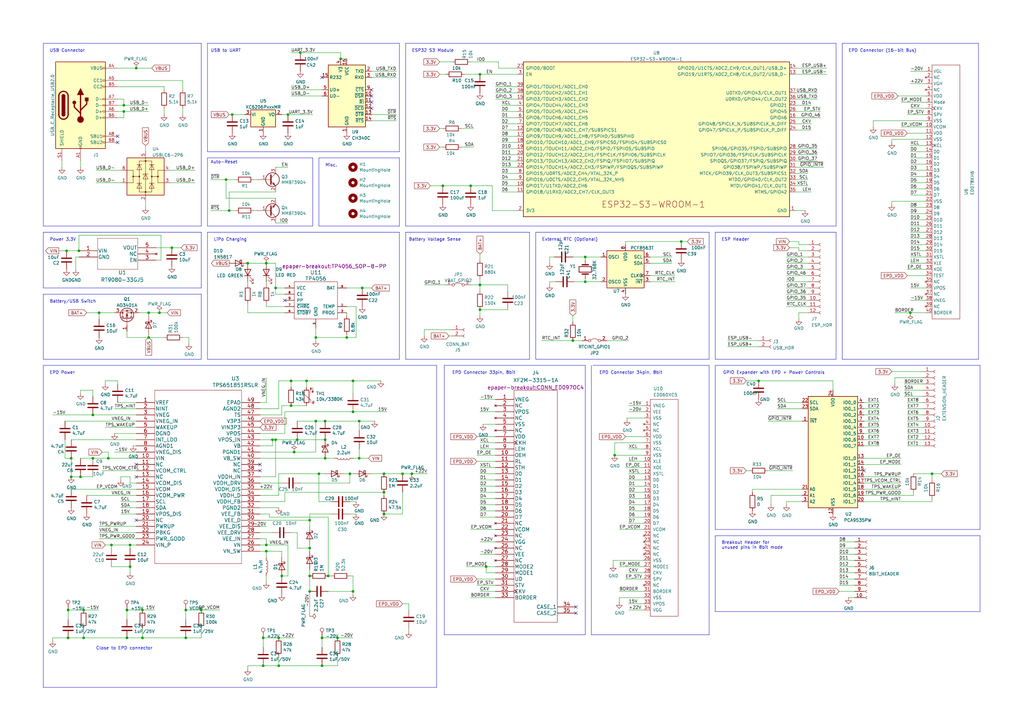
<source format=kicad_sch>
(kicad_sch (version 20230121) (generator eeschema)
  (paper "A3")
  (title_block (title "epdiy") (date "2022-12-03") (rev "v7.0~dev") (comment 3 "License: CC-BY-SA-4.0") (comment 4 "Author: Valentin Roland"))
  (junction (at 32.385 102.87))
  (junction (at 133.35 180.34))
  (junction (at 252.095 186.69))
  (junction (at 373.38 128.27))
  (junction (at 70.485 101.6))
  (junction (at 193.04 76.2))
  (junction (at 55.88 27.94))
  (junction (at 168.91 194.31))
  (junction (at 132.08 261.62))
  (junction (at 129.54 138.43))
  (junction (at 109.22 107.95))
  (junction (at 181.61 76.2))
  (junction (at 115.57 236.22))
  (junction (at 139.7 24.13))
  (junction (at 125.73 156.21))
  (junction (at 58.42 261.62))
  (junction (at 109.22 226.06))
  (junction (at 45.72 223.52))
  (junction (at 157.48 194.31))
  (junction (at 382.27 194.31))
  (junction (at 50.8 45.72))
  (junction (at 38.1 170.18))
  (junction (at 142.24 138.43))
  (junction (at 138.43 261.62))
  (junction (at 76.2 250.19))
  (junction (at 196.85 127))
  (junction (at 134.62 236.22))
  (junction (at 147.32 187.96))
  (junction (at 157.48 201.93))
  (junction (at 27.94 250.19))
  (junction (at 27.305 102.87))
  (junction (at 58.42 250.19))
  (junction (at 38.1 187.96))
  (junction (at 33.02 195.58))
  (junction (at 127 242.57))
  (junction (at 240.03 105.41))
  (junction (at 147.32 172.72))
  (junction (at 50.8 43.18))
  (junction (at 143.51 194.31))
  (junction (at 165.1 194.31))
  (junction (at 279.4 99.06))
  (junction (at 234.95 139.7))
  (junction (at 40.64 128.27))
  (junction (at 34.29 261.62))
  (junction (at 93.98 86.36))
  (junction (at 127 213.36))
  (junction (at 119.38 156.21))
  (junction (at 144.78 156.21))
  (junction (at 95.25 46.99))
  (junction (at 120.65 185.42))
  (junction (at 148.59 118.11))
  (junction (at 196.85 30.48))
  (junction (at 132.08 273.05))
  (junction (at 82.55 250.19))
  (junction (at 240.03 115.57))
  (junction (at 92.71 73.66))
  (junction (at 311.15 156.21))
  (junction (at 129.54 172.72))
  (junction (at 127 224.79))
  (junction (at 133.35 172.72))
  (junction (at 27.94 261.62))
  (junction (at 53.34 232.41))
  (junction (at 111.76 180.34))
  (junction (at 114.3 273.05))
  (junction (at 127 236.22))
  (junction (at 118.11 46.99))
  (junction (at 107.95 261.62))
  (junction (at 52.07 261.62))
  (junction (at 53.34 223.52))
  (junction (at 196.85 116.84))
  (junction (at 65.405 128.27))
  (junction (at 144.78 242.57))
  (junction (at 60.96 138.43))
  (junction (at 114.3 261.62))
  (junction (at 157.48 210.82))
  (junction (at 133.35 187.96))
  (junction (at 144.78 168.91))
  (junction (at 107.95 273.05))
  (junction (at 109.22 223.52))
  (junction (at 76.2 261.62))
  (junction (at 199.39 232.41))
  (junction (at 44.45 187.96))
  (junction (at 29.21 195.58))
  (junction (at 29.21 187.96))
  (junction (at 52.07 250.19))
  (junction (at 119.38 166.37))
  (junction (at 101.6 107.95))
  (junction (at 60.96 128.27))
  (junction (at 113.03 180.34))
  (junction (at 121.92 180.34))
  (junction (at 34.29 250.19))
  (junction (at 130.81 194.31))
  (junction (at 123.19 21.59))
  (junction (at 113.03 118.11))
  (no_connect (at 236.22 248.92))
  (no_connect (at 106.68 190.5))
  (no_connect (at 152.4 39.37))
  (no_connect (at 55.88 190.5))
  (no_connect (at 55.88 195.58))
  (no_connect (at 106.68 193.04))
  (no_connect (at 55.88 213.36))
  (no_connect (at 236.22 251.46))
  (no_connect (at 152.4 44.45))
  (no_connect (at 152.4 36.83))
  (no_connect (at 132.08 31.75))
  (no_connect (at 116.84 123.19))
  (no_connect (at 152.4 41.91))
  (no_connect (at 48.26 55.88))
  (no_connect (at 48.26 58.42))
  (no_connect (at 354.33 193.04))
  (wire (pts (xy 373.38 97.79) (xy 379.73 97.79)))
  (wire (pts (xy 326.39 27.94) (xy 339.09 27.94)))
  (wire (pts (xy 328.93 205.74) (xy 322.58 205.74)))
  (wire (pts (xy 189.23 60.325) (xy 194.31 60.325)))
  (wire (pts (xy 55.88 182.88) (xy 54.61 182.88)))
  (wire (pts (xy 323.85 99.06) (xy 327.66 99.06)))
  (wire (pts (xy 50.8 45.72) (xy 48.26 45.72)))
  (wire (pts (xy 373.38 62.23) (xy 379.73 62.23)))
  (wire (pts (xy 140.97 194.31) (xy 143.51 194.31)))
  (wire (pts (xy 48.26 35.56) (xy 67.31 35.56)))
  (wire (pts (xy 344.17 240.03) (xy 350.52 240.03)))
  (wire (pts (xy 147.32 184.15) (xy 147.32 187.96)))
  (wire (pts (xy 74.93 44.45) (xy 74.93 46.99)))
  (wire (pts (xy 144.78 261.62) (xy 138.43 261.62)))
  (polyline (pts (xy 17.78 92.71) (xy 82.55 92.71)))
  (wire (pts (xy 257.81 209.55) (xy 264.16 209.55)))
  (wire (pts (xy 59.69 62.23) (xy 59.69 59.69)))
  (wire (pts (xy 316.23 203.2) (xy 316.23 207.01)))
  (wire (pts (xy 378.46 165.1) (xy 372.11 165.1)))
  (wire (pts (xy 373.38 118.11) (xy 379.73 118.11)))
  (wire (pts (xy 129.54 138.43) (xy 142.24 138.43)))
  (wire (pts (xy 235.585 115.57) (xy 240.03 115.57)))
  (wire (pts (xy 45.72 223.52) (xy 45.72 224.79)))
  (wire (pts (xy 204.47 27.94) (xy 204.47 25.4)))
  (wire (pts (xy 114.3 203.2) (xy 106.68 203.2)))
  (wire (pts (xy 205.74 58.42) (xy 212.09 58.42)))
  (wire (pts (xy 354.33 167.64) (xy 360.68 167.64)))
  (wire (pts (xy 372.11 46.99) (xy 379.73 46.99)))
  (wire (pts (xy 55.88 170.18) (xy 38.1 170.18)))
  (wire (pts (xy 109.22 226.06) (xy 109.22 228.6)))
  (wire (pts (xy 331.47 115.57) (xy 322.58 115.57)))
  (wire (pts (xy 52.07 261.62) (xy 34.29 261.62)))
  (wire (pts (xy 55.88 208.28) (xy 49.53 208.28)))
  (wire (pts (xy 332.74 53.34) (xy 326.39 53.34)))
  (wire (pts (xy 127 242.57) (xy 127 252.73)))
  (wire (pts (xy 25.4 66.04) (xy 25.4 68.58)))
  (polyline (pts (xy 293.37 149.86) (xy 401.955 149.86)))
  (wire (pts (xy 101.6 115.57) (xy 101.6 116.84)))
  (wire (pts (xy 201.93 76.2) (xy 201.93 86.36)))
  (wire (pts (xy 196.85 104.14) (xy 196.85 106.68)))
  (polyline (pts (xy 163.83 62.23) (xy 163.83 17.78)))
  (wire (pts (xy 367.03 154.94) (xy 378.46 154.94)))
  (wire (pts (xy 358.14 49.53) (xy 358.14 52.07)))
  (wire (pts (xy 144.78 242.57) (xy 144.78 243.84)))
  (polyline (pts (xy 17.78 125.73) (xy 17.78 147.32)))
  (wire (pts (xy 373.38 105.41) (xy 379.73 105.41)))
  (polyline (pts (xy 17.78 92.71) (xy 17.78 17.78)))
  (wire (pts (xy 80.01 69.85) (xy 69.85 69.85)))
  (wire (pts (xy 109.22 165.1) (xy 106.68 165.1)))
  (wire (pts (xy 41.91 185.42) (xy 44.45 185.42)))
  (wire (pts (xy 254 217.17) (xy 264.16 217.17)))
  (wire (pts (xy 205.74 76.2) (xy 212.09 76.2)))
  (wire (pts (xy 373.38 29.21) (xy 379.73 29.21)))
  (wire (pts (xy 193.04 76.2) (xy 181.61 76.2)))
  (wire (pts (xy 257.81 214.63) (xy 264.16 214.63)))
  (wire (pts (xy 106.68 187.96) (xy 133.35 187.96)))
  (wire (pts (xy 34.29 250.19) (xy 40.64 250.19)))
  (wire (pts (xy 58.42 257.81) (xy 58.42 261.62)))
  (wire (pts (xy 119.38 39.37) (xy 132.08 39.37)))
  (wire (pts (xy 52.07 254) (xy 52.07 250.19)))
  (wire (pts (xy 77.47 138.43) (xy 77.47 140.97)))
  (wire (pts (xy 115.57 236.22) (xy 118.11 236.22)))
  (wire (pts (xy 256.54 179.07) (xy 264.16 179.07)))
  (wire (pts (xy 35.56 203.2) (xy 55.88 203.2)))
  (wire (pts (xy 127 224.79) (xy 127 226.06)))
  (wire (pts (xy 378.46 170.18) (xy 372.11 170.18)))
  (wire (pts (xy 139.7 21.59) (xy 139.7 24.13)))
  (wire (pts (xy 32.385 105.41) (xy 31.115 105.41)))
  (wire (pts (xy 367.03 128.27) (xy 373.38 128.27)))
  (wire (pts (xy 205.74 68.58) (xy 212.09 68.58)))
  (wire (pts (xy 31.115 105.41) (xy 31.115 110.49)))
  (wire (pts (xy 116.84 168.91) (xy 144.78 168.91)))
  (wire (pts (xy 109.22 125.73) (xy 116.84 125.73)))
  (wire (pts (xy 50.8 48.26) (xy 50.8 45.72)))
  (wire (pts (xy 29.21 180.34) (xy 55.88 180.34)))
  (wire (pts (xy 225.425 105.41) (xy 225.425 107.95)))
  (wire (pts (xy 370.84 157.48) (xy 378.46 157.48)))
  (wire (pts (xy 38.1 187.96) (xy 33.02 187.96)))
  (wire (pts (xy 264.16 171.45) (xy 257.175 171.45)))
  (wire (pts (xy 196.85 227.33) (xy 203.2 227.33)))
  (wire (pts (xy 147.32 176.53) (xy 147.32 172.72)))
  (wire (pts (xy 205.74 48.26) (xy 212.09 48.26)))
  (wire (pts (xy 354.33 203.2) (xy 374.65 203.2)))
  (wire (pts (xy 110.49 210.82) (xy 106.68 210.82)))
  (wire (pts (xy 55.88 27.94) (xy 62.23 27.94)))
  (wire (pts (xy 106.68 198.12) (xy 115.57 198.12)))
  (wire (pts (xy 327.66 130.81) (xy 327.66 128.27)))
  (wire (pts (xy 234.95 139.7) (xy 238.76 139.7)))
  (wire (pts (xy 119.38 36.83) (xy 132.08 36.83)))
  (wire (pts (xy 134.62 212.09) (xy 110.49 212.09)))
  (wire (pts (xy 335.28 40.64) (xy 326.39 40.64)))
  (wire (pts (xy 48.26 27.94) (xy 55.88 27.94)))
  (wire (pts (xy 106.68 182.88) (xy 111.76 182.88)))
  (wire (pts (xy 143.51 194.31) (xy 144.78 194.31)))
  (wire (pts (xy 147.32 187.96) (xy 151.13 187.96)))
  (wire (pts (xy 44.45 185.42) (xy 44.45 187.96)))
  (wire (pts (xy 96.52 73.66) (xy 92.71 73.66)))
  (wire (pts (xy 48.26 156.21) (xy 43.18 156.21)))
  (polyline (pts (xy 166.37 95.25) (xy 217.17 95.25)))
  (wire (pts (xy 184.15 137.795) (xy 185.42 137.795)))
  (wire (pts (xy 118.11 68.58) (xy 113.03 68.58)))
  (wire (pts (xy 120.65 185.42) (xy 129.54 185.42)))
  (wire (pts (xy 378.46 180.34) (xy 372.11 180.34)))
  (wire (pts (xy 101.6 107.95) (xy 109.22 107.95)))
  (wire (pts (xy 354.33 175.26) (xy 360.68 175.26)))
  (wire (pts (xy 106.68 177.8) (xy 116.84 177.8)))
  (wire (pts (xy 101.6 128.27) (xy 116.84 128.27)))
  (wire (pts (xy 115.57 46.99) (xy 118.11 46.99)))
  (wire (pts (xy 180.34 60.325) (xy 181.61 60.325)))
  (wire (pts (xy 373.38 128.27) (xy 379.73 128.27)))
  (wire (pts (xy 162.56 46.99) (xy 152.4 46.99)))
  (wire (pts (xy 256.54 237.49) (xy 264.16 237.49)))
  (wire (pts (xy 132.08 273.05) (xy 138.43 273.05)))
  (wire (pts (xy 354.33 177.8) (xy 360.68 177.8)))
  (wire (pts (xy 196.85 242.57) (xy 203.2 242.57)))
  (wire (pts (xy 195.58 189.23) (xy 203.2 189.23)))
  (wire (pts (xy 33.02 160.02) (xy 33.02 161.29)))
  (wire (pts (xy 373.38 72.39) (xy 379.73 72.39)))
  (wire (pts (xy 382.27 205.74) (xy 382.27 204.47)))
  (wire (pts (xy 90.17 250.19) (xy 82.55 250.19)))
  (wire (pts (xy 266.7 107.95) (xy 275.59 107.95)))
  (wire (pts (xy 193.04 116.84) (xy 196.85 116.84)))
  (wire (pts (xy 196.85 168.91) (xy 203.2 168.91)))
  (wire (pts (xy 114.3 269.24) (xy 114.3 273.05)))
  (polyline (pts (xy 342.9 147.32) (xy 293.37 147.32)))
  (wire (pts (xy 365.76 152.4) (xy 378.46 152.4)))
  (wire (pts (xy 49.53 195.58) (xy 49.53 196.85)))
  (wire (pts (xy 326.39 38.1) (xy 335.28 38.1)))
  (wire (pts (xy 114.3 194.31) (xy 114.3 203.2)))
  (wire (pts (xy 306.07 156.21) (xy 311.15 156.21)))
  (wire (pts (xy 190.5 30.48) (xy 196.85 30.48)))
  (wire (pts (xy 382.27 194.31) (xy 382.27 196.85)))
  (wire (pts (xy 196.85 207.01) (xy 203.2 207.01)))
  (wire (pts (xy 60.96 128.27) (xy 65.405 128.27)))
  (wire (pts (xy 257.81 234.95) (xy 264.16 234.95)))
  (wire (pts (xy 199.39 234.95) (xy 199.39 232.41)))
  (polyline (pts (xy 166.37 95.25) (xy 166.37 147.32)))
  (wire (pts (xy 39.37 69.85) (xy 49.53 69.85)))
  (wire (pts (xy 45.72 223.52) (xy 53.34 223.52)))
  (wire (pts (xy 167.64 247.65) (xy 167.64 250.19)))
  (wire (pts (xy 327.66 101.6) (xy 327.66 102.87)))
  (polyline (pts (xy 130.81 64.77) (xy 163.83 64.77)))
  (wire (pts (xy 82.55 257.81) (xy 82.55 261.62)))
  (polyline (pts (xy 293.37 219.71) (xy 293.37 250.825)))
  (polyline (pts (xy 163.83 95.25) (xy 163.83 147.32)))
  (wire (pts (xy 365.76 57.15) (xy 379.73 57.15)))
  (wire (pts (xy 252.095 181.61) (xy 264.16 181.61)))
  (wire (pts (xy 379.73 123.19) (xy 373.38 123.19)))
  (wire (pts (xy 205.74 50.8) (xy 212.09 50.8)))
  (wire (pts (xy 82.55 261.62) (xy 76.2 261.62)))
  (wire (pts (xy 378.46 172.72) (xy 372.11 172.72)))
  (wire (pts (xy 133.35 172.72) (xy 147.32 172.72)))
  (wire (pts (xy 27.94 250.19) (xy 34.29 250.19)))
  (wire (pts (xy 167.64 259.08) (xy 167.64 257.81)))
  (wire (pts (xy 48.26 48.26) (xy 50.8 48.26)))
  (wire (pts (xy 373.38 34.29) (xy 379.73 34.29)))
  (wire (pts (xy 195.58 179.07) (xy 203.2 179.07)))
  (wire (pts (xy 109.22 220.98) (xy 106.68 220.98)))
  (wire (pts (xy 109.22 165.1) (xy 109.22 154.94)))
  (wire (pts (xy 50.8 43.18) (xy 48.26 43.18)))
  (wire (pts (xy 257.81 196.85) (xy 264.16 196.85)))
  (wire (pts (xy 113.03 180.34) (xy 121.92 180.34)))
  (wire (pts (xy 142.24 137.16) (xy 142.24 138.43)))
  (polyline (pts (xy 293.37 219.71) (xy 401.955 219.71)))
  (polyline (pts (xy 166.37 92.71) (xy 342.9 92.71)))
  (wire (pts (xy 35.56 128.27) (xy 40.64 128.27)))
  (wire (pts (xy 127 233.68) (xy 127 236.22)))
  (wire (pts (xy 38.1 187.96) (xy 44.45 187.96)))
  (wire (pts (xy 113.03 107.95) (xy 113.03 118.11)))
  (wire (pts (xy 115.57 170.18) (xy 115.57 166.37)))
  (wire (pts (xy 40.64 128.27) (xy 40.64 130.81)))
  (wire (pts (xy 314.96 193.04) (xy 325.12 193.04)))
  (polyline (pts (xy 130.81 64.77) (xy 130.81 92.71)))
  (wire (pts (xy 115.57 226.06) (xy 115.57 228.6)))
  (polyline (pts (xy 17.78 118.11) (xy 82.55 118.11)))
  (wire (pts (xy 257.81 204.47) (xy 264.16 204.47)))
  (polyline (pts (xy 17.78 17.78) (xy 82.55 17.78)))
  (polyline (pts (xy 342.9 92.71) (xy 342.9 17.78)))
  (wire (pts (xy 114.3 156.21) (xy 119.38 156.21)))
  (wire (pts (xy 105.41 73.66) (xy 104.14 73.66)))
  (wire (pts (xy 326.39 63.5) (xy 335.28 63.5)))
  (wire (pts (xy 165.1 210.82) (xy 165.1 201.93)))
  (wire (pts (xy 382.27 194.31) (xy 386.08 194.31)))
  (wire (pts (xy 107.95 265.43) (xy 107.95 261.62)))
  (polyline (pts (xy 293.37 95.25) (xy 293.37 147.32)))
  (wire (pts (xy 53.34 195.58) (xy 49.53 195.58)))
  (wire (pts (xy 322.58 125.73) (xy 331.47 125.73)))
  (wire (pts (xy 318.77 165.1) (xy 328.93 165.1)))
  (wire (pts (xy 196.85 201.93) (xy 203.2 201.93)))
  (wire (pts (xy 52.07 138.43) (xy 60.96 138.43)))
  (wire (pts (xy 189.23 52.705) (xy 194.31 52.705)))
  (wire (pts (xy 66.04 106.68) (xy 66.04 96.52)))
  (wire (pts (xy 196.85 30.48) (xy 212.09 30.48)))
  (wire (pts (xy 33.02 66.04) (xy 33.02 68.58)))
  (wire (pts (xy 46.99 167.64) (xy 55.88 167.64)))
  (wire (pts (xy 327.66 99.06) (xy 327.66 100.33)))
  (wire (pts (xy 365.76 58.42) (xy 365.76 57.15)))
  (wire (pts (xy 264.16 166.37) (xy 257.81 166.37)))
  (wire (pts (xy 113.03 81.28) (xy 92.71 81.28)))
  (wire (pts (xy 350.52 245.11) (xy 347.98 245.11)))
  (wire (pts (xy 114.3 261.62) (xy 120.65 261.62)))
  (wire (pts (xy 205.74 78.74) (xy 212.09 78.74)))
  (wire (pts (xy 326.39 30.48) (xy 339.09 30.48)))
  (wire (pts (xy 326.39 71.12) (xy 331.47 71.12)))
  (wire (pts (xy 331.47 118.11) (xy 322.58 118.11)))
  (wire (pts (xy 148.59 118.11) (xy 152.4 118.11)))
  (wire (pts (xy 38.1 162.56) (xy 38.1 160.02)))
  (wire (pts (xy 119.38 218.44) (xy 121.92 218.44)))
  (wire (pts (xy 106.68 215.9) (xy 109.22 215.9)))
  (wire (pts (xy 26.67 172.72) (xy 55.88 172.72)))
  (wire (pts (xy 248.92 139.7) (xy 257.81 139.7)))
  (wire (pts (xy 114.3 208.28) (xy 106.68 208.28)))
  (wire (pts (xy 205.74 73.66) (xy 212.09 73.66)))
  (wire (pts (xy 66.04 96.52) (xy 32.385 96.52)))
  (polyline (pts (xy 182.245 149.86) (xy 182.245 260.35)))
  (wire (pts (xy 111.76 218.44) (xy 106.68 218.44)))
  (wire (pts (xy 344.17 222.25) (xy 350.52 222.25)))
  (wire (pts (xy 365.76 83.82) (xy 365.76 82.55)))
  (wire (pts (xy 264.16 245.11) (xy 254 245.11)))
  (wire (pts (xy 378.46 167.64) (xy 372.11 167.64)))
  (wire (pts (xy 252.095 186.69) (xy 264.16 186.69)))
  (polyline (pts (xy 85.09 17.78) (xy 163.83 17.78)))
  (wire (pts (xy 256.54 99.06) (xy 279.4 99.06)))
  (wire (pts (xy 34.29 257.81) (xy 34.29 261.62)))
  (wire (pts (xy 105.41 86.36) (xy 104.14 86.36)))
  (wire (pts (xy 326.39 66.04) (xy 335.28 66.04)))
  (wire (pts (xy 195.58 186.69) (xy 203.2 186.69)))
  (polyline (pts (xy 17.78 281.94) (xy 179.07 281.94)))
  (wire (pts (xy 38.1 195.58) (xy 33.02 195.58)))
  (wire (pts (xy 311.15 139.7) (xy 298.45 139.7)))
  (wire (pts (xy 373.38 100.33) (xy 379.73 100.33)))
  (wire (pts (xy 21.59 170.18) (xy 38.1 170.18)))
  (wire (pts (xy 372.11 54.61) (xy 379.73 54.61)))
  (wire (pts (xy 157.48 210.82) (xy 165.1 210.82)))
  (wire (pts (xy 125.73 156.21) (xy 144.78 156.21)))
  (wire (pts (xy 21.59 261.62) (xy 21.59 262.89)))
  (wire (pts (xy 33.02 195.58) (xy 29.21 195.58)))
  (wire (pts (xy 354.33 198.12) (xy 369.57 198.12)))
  (wire (pts (xy 308.61 201.93) (xy 308.61 200.66)))
  (polyline (pts (xy 163.83 147.32) (xy 85.09 147.32)))
  (wire (pts (xy 60.96 43.18) (xy 50.8 43.18)))
  (wire (pts (xy 80.01 74.93) (xy 69.85 74.93)))
  (wire (pts (xy 64.135 106.68) (xy 66.04 106.68)))
  (wire (pts (xy 134.62 236.22) (xy 135.89 236.22)))
  (wire (pts (xy 60.96 137.16) (xy 60.96 138.43)))
  (wire (pts (xy 196.85 191.77) (xy 203.2 191.77)))
  (wire (pts (xy 256.54 99.06) (xy 256.54 100.33)))
  (wire (pts (xy 74.93 138.43) (xy 77.47 138.43)))
  (wire (pts (xy 109.22 124.46) (xy 109.22 125.73)))
  (polyline (pts (xy 166.37 17.78) (xy 342.9 17.78)))
  (wire (pts (xy 127 236.22) (xy 127 242.57)))
  (wire (pts (xy 55.88 177.8) (xy 46.99 177.8)))
  (wire (pts (xy 257.81 194.31) (xy 264.16 194.31)))
  (wire (pts (xy 373.38 107.95) (xy 379.73 107.95)))
  (wire (pts (xy 40.64 215.9) (xy 55.88 215.9)))
  (wire (pts (xy 266.7 115.57) (xy 276.86 115.57)))
  (wire (pts (xy 322.58 107.95) (xy 331.47 107.95)))
  (wire (pts (xy 144.78 156.21) (xy 156.21 156.21)))
  (polyline (pts (xy 163.83 92.71) (xy 130.81 92.71)))
  (wire (pts (xy 106.68 180.34) (xy 111.76 180.34)))
  (wire (pts (xy 208.28 116.84) (xy 208.28 119.38)))
  (wire (pts (xy 101.6 273.05) (xy 101.6 274.32)))
  (polyline (pts (xy 17.78 149.86) (xy 179.07 149.86)))
  (wire (pts (xy 344.17 229.87) (xy 350.52 229.87)))
  (wire (pts (xy 326.39 76.2) (xy 331.47 76.2)))
  (wire (pts (xy 257.81 201.93) (xy 264.16 201.93)))
  (wire (pts (xy 279.4 99.06) (xy 281.94 99.06)))
  (polyline (pts (xy 82.55 17.78) (xy 82.55 92.71)))
  (wire (pts (xy 205.74 66.04) (xy 212.09 66.04)))
  (wire (pts (xy 308.61 200.66) (xy 328.93 200.66)))
  (wire (pts (xy 40.64 128.27) (xy 46.99 128.27)))
  (wire (pts (xy 234.95 105.41) (xy 240.03 105.41)))
  (wire (pts (xy 327.66 128.27) (xy 331.47 128.27)))
  (wire (pts (xy 373.38 74.93) (xy 379.73 74.93)))
  (wire (pts (xy 93.98 86.36) (xy 96.52 86.36)))
  (wire (pts (xy 328.93 203.2) (xy 316.23 203.2)))
  (wire (pts (xy 27.94 261.62) (xy 21.59 261.62)))
  (wire (pts (xy 196.85 181.61) (xy 203.2 181.61)))
  (wire (pts (xy 144.78 187.96) (xy 147.32 187.96)))
  (wire (pts (xy 127 213.36) (xy 127 210.82)))
  (wire (pts (xy 326.39 45.72) (xy 336.55 45.72)))
  (wire (pts (xy 327.66 100.33) (xy 331.47 100.33)))
  (wire (pts (xy 26.67 187.96) (xy 29.21 187.96)))
  (wire (pts (xy 198.12 173.99) (xy 203.2 173.99)))
  (wire (pts (xy 109.22 226.06) (xy 115.57 226.06)))
  (wire (pts (xy 132.08 261.62) (xy 138.43 261.62)))
  (wire (pts (xy 40.64 218.44) (xy 55.88 218.44)))
  (wire (pts (xy 92.71 73.66) (xy 86.36 73.66)))
  (wire (pts (xy 157.48 201.93) (xy 157.48 203.2)))
  (wire (pts (xy 205.74 53.34) (xy 212.09 53.34)))
  (wire (pts (xy 106.68 205.74) (xy 116.84 205.74)))
  (wire (pts (xy 129.54 172.72) (xy 133.35 172.72)))
  (wire (pts (xy 116.84 205.74) (xy 116.84 201.93)))
  (polyline (pts (xy 17.78 149.86) (xy 17.78 281.94)))
  (wire (pts (xy 306.07 193.04) (xy 307.34 193.04)))
  (polyline (pts (xy 401.955 250.825) (xy 293.37 250.825)))
  (wire (pts (xy 118.11 236.22) (xy 118.11 223.52)))
  (wire (pts (xy 344.17 234.95) (xy 350.52 234.95)))
  (wire (pts (xy 27.305 102.87) (xy 32.385 102.87)))
  (wire (pts (xy 110.49 212.09) (xy 110.49 210.82)))
  (wire (pts (xy 264.16 229.87) (xy 251.46 229.87)))
  (wire (pts (xy 203.2 38.1) (xy 212.09 38.1)))
  (polyline (pts (xy 182.245 149.86) (xy 240.03 149.86)))
  (wire (pts (xy 257.175 171.45) (xy 257.175 172.085)))
  (wire (pts (xy 165.1 194.31) (xy 168.91 194.31)))
  (polyline (pts (xy 163.83 64.77) (xy 163.83 92.71)))
  (wire (pts (xy 257.81 250.19) (xy 264.16 250.19)))
  (wire (pts (xy 196.85 199.39) (xy 203.2 199.39)))
  (wire (pts (xy 326.39 48.26) (xy 336.55 48.26)))
  (wire (pts (xy 195.58 237.49) (xy 203.2 237.49)))
  (polyline (pts (xy 179.07 281.94) (xy 179.07 149.86)))
  (wire (pts (xy 157.48 194.31) (xy 165.1 194.31)))
  (wire (pts (xy 138.43 273.05) (xy 138.43 269.24)))
  (wire (pts (xy 196.85 222.25) (xy 203.2 222.25)))
  (wire (pts (xy 257.81 212.09) (xy 264.16 212.09)))
  (wire (pts (xy 55.88 193.04) (xy 41.91 193.04)))
  (wire (pts (xy 109.22 115.57) (xy 109.22 116.84)))
  (wire (pts (xy 373.38 59.69) (xy 379.73 59.69)))
  (polyline (pts (xy 290.83 149.86) (xy 290.83 260.35)))
  (polyline (pts (xy 128.27 64.77) (xy 85.09 64.77)))
  (polyline (pts (xy 401.955 219.71) (xy 401.955 250.825)))
  (polyline (pts (xy 166.37 17.78) (xy 166.37 92.71)))
  (wire (pts (xy 101.6 124.46) (xy 101.6 128.27)))
  (wire (pts (xy 173.99 116.84) (xy 182.88 116.84)))
  (wire (pts (xy 196.85 127) (xy 196.85 129.54)))
  (wire (pts (xy 43.18 156.21) (xy 43.18 157.48)))
  (wire (pts (xy 240.03 115.57) (xy 240.03 114.3)))
  (wire (pts (xy 344.17 232.41) (xy 350.52 232.41)))
  (wire (pts (xy 143.51 198.12) (xy 143.51 194.31)))
  (wire (pts (xy 344.17 227.33) (xy 350.52 227.33)))
  (wire (pts (xy 173.99 135.255) (xy 173.99 137.795)))
  (wire (pts (xy 70.485 101.6) (xy 74.295 101.6)))
  (wire (pts (xy 199.39 232.41) (xy 203.2 232.41)))
  (wire (pts (xy 48.26 33.02) (xy 74.93 33.02)))
  (wire (pts (xy 114.3 194.31) (xy 130.81 194.31)))
  (polyline (pts (xy 85.09 95.25) (xy 163.83 95.25)))
  (wire (pts (xy 212.09 27.94) (xy 204.47 27.94)))
  (wire (pts (xy 125.73 158.75) (xy 125.73 156.21)))
  (wire (pts (xy 129.54 185.42) (xy 129.54 172.72)))
  (polyline (pts (xy 401.955 149.86) (xy 401.955 217.17)))
  (polyline (pts (xy 82.55 120.65) (xy 17.78 120.65)))
  (wire (pts (xy 116.84 168.91) (xy 116.84 177.8)))
  (wire (pts (xy 109.22 238.76) (xy 109.22 236.22)))
  (wire (pts (xy 373.38 64.77) (xy 379.73 64.77)))
  (wire (pts (xy 257.81 207.01) (xy 264.16 207.01)))
  (wire (pts (xy 52.07 250.19) (xy 58.42 250.19)))
  (wire (pts (xy 44.45 187.96) (xy 55.88 187.96)))
  (wire (pts (xy 367.03 154.94) (xy 367.03 157.48)))
  (wire (pts (xy 119.38 156.21) (xy 125.73 156.21)))
  (polyline (pts (xy 85.09 17.78) (xy 85.09 62.23)))
  (wire (pts (xy 127 213.36) (xy 127 215.9)))
  (wire (pts (xy 266.7 105.41) (xy 275.59 105.41)))
  (wire (pts (xy 240.03 105.41) (xy 246.38 105.41)))
  (wire (pts (xy 374.65 194.31) (xy 382.27 194.31)))
  (wire (pts (xy 196.85 212.09) (xy 203.2 212.09)))
  (wire (pts (xy 106.68 213.36) (xy 127 213.36)))
  (wire (pts (xy 234.95 129.54) (xy 234.95 132.08)))
  (wire (pts (xy 254 242.57) (xy 264.16 242.57)))
  (wire (pts (xy 354.33 190.5) (xy 369.57 190.5)))
  (wire (pts (xy 180.34 30.48) (xy 182.88 30.48)))
  (wire (pts (xy 208.28 127) (xy 196.85 127)))
  (wire (pts (xy 143.51 210.82) (xy 146.05 210.82)))
  (wire (pts (xy 354.33 170.18) (xy 360.68 170.18)))
  (wire (pts (xy 373.38 92.71) (xy 379.73 92.71)))
  (wire (pts (xy 205.74 43.18) (xy 212.09 43.18)))
  (wire (pts (xy 55.88 175.26) (xy 43.18 175.26)))
  (wire (pts (xy 127 223.52) (xy 127 224.79)))
  (wire (pts (xy 369.57 195.58) (xy 354.33 195.58)))
  (polyline (pts (xy 219.71 95.25) (xy 219.71 147.32)))
  (wire (pts (xy 113.03 195.58) (xy 106.68 195.58)))
  (wire (pts (xy 196.85 116.84) (xy 196.85 114.3)))
  (wire (pts (xy 203.2 234.95) (xy 199.39 234.95)))
  (wire (pts (xy 76.2 261.62) (xy 58.42 261.62)))
  (wire (pts (xy 256.54 191.77) (xy 264.16 191.77)))
  (wire (pts (xy 168.91 194.31) (xy 175.26 194.31)))
  (wire (pts (xy 191.135 232.41) (xy 199.39 232.41)))
  (wire (pts (xy 107.95 261.62) (xy 114.3 261.62)))
  (wire (pts (xy 314.96 172.72) (xy 328.93 172.72)))
  (wire (pts (xy 111.76 180.34) (xy 113.03 180.34)))
  (wire (pts (xy 59.69 82.55) (xy 59.69 85.09)))
  (wire (pts (xy 322.58 105.41) (xy 331.47 105.41)))
  (wire (pts (xy 116.84 201.93) (xy 157.48 201.93)))
  (wire (pts (xy 257.81 168.91) (xy 264.16 168.91)))
  (wire (pts (xy 152.4 194.31) (xy 157.48 194.31)))
  (wire (pts (xy 373.38 87.63) (xy 379.73 87.63)))
  (wire (pts (xy 354.33 180.34) (xy 360.68 180.34)))
  (wire (pts (xy 369.57 41.91) (xy 379.73 41.91)))
  (wire (pts (xy 139.7 24.13) (xy 142.24 24.13)))
  (wire (pts (xy 49.53 205.74) (xy 55.88 205.74)))
  (wire (pts (xy 370.84 162.56) (xy 378.46 162.56)))
  (wire (pts (xy 143.51 205.74) (xy 146.05 205.74)))
  (wire (pts (xy 121.92 224.79) (xy 127 224.79)))
  (wire (pts (xy 196.85 184.15) (xy 203.2 184.15)))
  (wire (pts (xy 67.31 35.56) (xy 67.31 36.83)))
  (wire (pts (xy 373.38 44.45) (xy 379.73 44.45)))
  (wire (pts (xy 29.21 195.58) (xy 29.21 187.96)))
  (wire (pts (xy 257.81 247.65) (xy 264.16 247.65)))
  (wire (pts (xy 119.38 166.37) (xy 125.73 166.37)))
  (wire (pts (xy 180.34 52.705) (xy 181.61 52.705)))
  (wire (pts (xy 196.85 204.47) (xy 203.2 204.47)))
  (wire (pts (xy 193.04 76.2) (xy 201.93 76.2)))
  (wire (pts (xy 93.98 46.99) (xy 95.25 46.99)))
  (wire (pts (xy 26.67 180.34) (xy 26.67 187.96)))
  (wire (pts (xy 196.85 116.84) (xy 208.28 116.84)))
  (wire (pts (xy 134.62 236.22) (xy 134.62 212.09)))
  (wire (pts (xy 372.11 110.49) (xy 379.73 110.49)))
  (wire (pts (xy 331.47 120.65) (xy 322.58 120.65)))
  (polyline (pts (xy 290.83 95.25) (xy 219.71 95.25)))
  (wire (pts (xy 53.34 234.95) (xy 53.34 232.41)))
  (wire (pts (xy 240.03 115.57) (xy 246.38 115.57)))
  (wire (pts (xy 173.99 135.255) (xy 185.42 135.255)))
  (wire (pts (xy 65.405 128.27) (xy 68.58 128.27)))
  (polyline (pts (xy 166.37 147.32) (xy 217.17 147.32)))
  (wire (pts (xy 257.81 189.23) (xy 264.16 189.23)))
  (wire (pts (xy 121.92 180.34) (xy 133.35 180.34)))
  (polyline (pts (xy 345.44 17.78) (xy 401.32 17.78)))
  (wire (pts (xy 322.58 110.49) (xy 331.47 110.49)))
  (wire (pts (xy 257.81 199.39) (xy 264.16 199.39)))
  (wire (pts (xy 378.46 182.88) (xy 372.11 182.88)))
  (wire (pts (xy 113.03 120.65) (xy 116.84 120.65)))
  (wire (pts (xy 196.85 194.31) (xy 203.2 194.31)))
  (wire (pts (xy 109.22 223.52) (xy 109.22 220.98)))
  (wire (pts (xy 196.85 196.85) (xy 203.2 196.85)))
  (wire (pts (xy 196.85 209.55) (xy 203.2 209.55)))
  (wire (pts (xy 92.71 81.28) (xy 92.71 73.66)))
  (wire (pts (xy 378.46 177.8) (xy 372.11 177.8)))
  (polyline (pts (xy 242.57 149.86) (xy 242.57 260.35)))
  (wire (pts (xy 32.385 96.52) (xy 32.385 102.87)))
  (wire (pts (xy 318.77 167.64) (xy 328.93 167.64)))
  (wire (pts (xy 64.135 101.6) (xy 70.485 101.6)))
  (wire (pts (xy 113.03 118.11) (xy 116.84 118.11)))
  (wire (pts (xy 195.58 240.03) (xy 203.2 240.03)))
  (wire (pts (xy 227.33 105.41) (xy 225.425 105.41)))
  (wire (pts (xy 203.2 40.64) (xy 212.09 40.64)))
  (wire (pts (xy 332.74 50.8) (xy 326.39 50.8)))
  (wire (pts (xy 344.17 224.79) (xy 350.52 224.79)))
  (wire (pts (xy 181.61 76.2) (xy 176.53 76.2)))
  (wire (pts (xy 55.88 165.1) (xy 48.26 165.1)))
  (wire (pts (xy 130.81 205.74) (xy 135.89 205.74)))
  (wire (pts (xy 119.38 158.75) (xy 119.38 156.21)))
  (wire (pts (xy 147.32 172.72) (xy 153.67 172.72)))
  (wire (pts (xy 109.22 223.52) (xy 106.68 223.52)))
  (wire (pts (xy 373.38 69.85) (xy 379.73 69.85)))
  (wire (pts (xy 180.34 25.4) (xy 185.42 25.4)))
  (wire (pts (xy 358.14 49.53) (xy 379.73 49.53)))
  (polyline (pts (xy 85.09 62.23) (xy 163.83 62.23)))
  (polyline (pts (xy 243.205 149.86) (xy 290.83 149.86)))
  (wire (pts (xy 57.15 128.27) (xy 60.96 128.27)))
  (wire (pts (xy 50.8 40.64) (xy 50.8 43.18)))
  (polyline (pts (xy 217.17 147.32) (xy 217.17 95.25)))
  (wire (pts (xy 203.2 163.83) (xy 196.85 163.83)))
  (polyline (pts (xy 17.78 147.32) (xy 82.55 147.32)))
  (wire (pts (xy 127 210.82) (xy 135.89 210.82)))
  (wire (pts (xy 129.54 172.72) (xy 121.92 172.72)))
  (wire (pts (xy 152.4 49.53) (xy 162.56 49.53)))
  (wire (pts (xy 322.58 113.03) (xy 331.47 113.03)))
  (wire (pts (xy 53.34 223.52) (xy 53.34 224.79)))
  (wire (pts (xy 193.04 245.11) (xy 203.2 245.11)))
  (wire (pts (xy 222.25 139.7) (xy 234.95 139.7)))
  (polyline (pts (xy 293.37 95.25) (xy 342.9 95.25)))
  (wire (pts (xy 326.39 68.58) (xy 337.82 68.58)))
  (wire (pts (xy 29.21 200.66) (xy 55.88 200.66)))
  (wire (pts (xy 24.13 102.87) (xy 27.305 102.87)))
  (wire (pts (xy 326.39 86.36) (xy 330.2 86.36)))
  (wire (pts (xy 142.24 138.43) (xy 146.05 138.43)))
  (polyline (pts (xy 85.09 92.71) (xy 128.27 92.71)))
  (wire (pts (xy 344.17 242.57) (xy 350.52 242.57)))
  (wire (pts (xy 372.11 113.03) (xy 379.73 113.03)))
  (wire (pts (xy 114.3 273.05) (xy 132.08 273.05)))
  (polyline (pts (xy 219.71 147.32) (xy 290.83 147.32)))
  (polyline (pts (xy 401.32 17.78) (xy 401.32 147.32)))
  (wire (pts (xy 27.94 254) (xy 27.94 250.19)))
  (wire (pts (xy 205.74 71.12) (xy 212.09 71.12)))
  (wire (pts (xy 58.42 250.19) (xy 63.5 250.19)))
  (wire (pts (xy 130.81 194.31) (xy 133.35 194.31)))
  (wire (pts (xy 225.425 115.57) (xy 225.425 116.84)))
  (wire (pts (xy 60.96 45.72) (xy 50.8 45.72)))
  (wire (pts (xy 60.96 128.27) (xy 60.96 129.54)))
  (wire (pts (xy 43.18 223.52) (xy 45.72 223.52)))
  (wire (pts (xy 251.46 229.87) (xy 251.46 231.775)))
  (wire (pts (xy 93.98 78.74) (xy 93.98 86.36)))
  (wire (pts (xy 107.95 273.05) (xy 101.6 273.05)))
  (wire (pts (xy 55.88 210.82) (xy 49.53 210.82)))
  (wire (pts (xy 311.15 156.21) (xy 341.63 156.21)))
  (wire (pts (xy 48.26 157.48) (xy 48.26 156.21)))
  (wire (pts (xy 373.38 90.17) (xy 379.73 90.17)))
  (wire (pts (xy 67.31 138.43) (xy 60.96 138.43)))
  (wire (pts (xy 341.63 156.21) (xy 341.63 160.02)))
  (wire (pts (xy 40.64 220.98) (xy 55.88 220.98)))
  (wire (pts (xy 165.1 247.65) (xy 167.64 247.65)))
  (wire (pts (xy 106.68 167.64) (xy 114.3 167.64)))
  (wire (pts (xy 369.57 52.07) (xy 379.73 52.07)))
  (wire (pts (xy 67.31 44.45) (xy 67.31 46.99)))
  (polyline (pts (xy 17.78 95.25) (xy 82.55 95.25)))
  (wire (pts (xy 354.33 182.88) (xy 360.68 182.88)))
  (wire (pts (xy 205.74 45.72) (xy 212.09 45.72)))
  (wire (pts (xy 326.39 73.66) (xy 331.47 73.66)))
  (wire (pts (xy 368.3 39.37) (xy 379.73 39.37)))
  (wire (pts (xy 118.11 46.99) (xy 128.27 46.99)))
  (wire (pts (xy 257.81 184.15) (xy 264.16 184.15)))
  (wire (pts (xy 143.51 236.22) (xy 144.78 236.22)))
  (wire (pts (xy 121.92 218.44) (xy 121.92 224.79)))
  (wire (pts (xy 142.24 118.11) (xy 148.59 118.11)))
  (polyline (pts (xy 240.03 260.35) (xy 182.245 260.35)))
  (wire (pts (xy 201.93 86.36) (xy 212.09 86.36)))
  (wire (pts (xy 373.38 67.31) (xy 379.73 67.31)))
  (wire (pts (xy 374.65 201.93) (xy 374.65 203.2)))
  (wire (pts (xy 95.25 46.99) (xy 100.33 46.99)))
  (wire (pts (xy 34.29 261.62) (xy 27.94 261.62)))
  (wire (pts (xy 254 232.41) (xy 264.16 232.41)))
  (wire (pts (xy 106.68 170.18) (xy 115.57 170.18)))
  (wire (pts (xy 354.33 205.74) (xy 382.27 205.74)))
  (polyline (pts (xy 85.09 147.32) (xy 85.09 95.25)))
  (polyline (pts (xy 240.03 149.86) (xy 240.03 260.35)))
  (wire (pts (xy 119.38 21.59) (xy 123.19 21.59)))
  (wire (pts (xy 118.11 223.52) (xy 109.22 223.52)))
  (wire (pts (xy 373.38 80.01) (xy 379.73 80.01)))
  (polyline (pts (xy 128.27 92.71) (xy 128.27 64.77)))
  (wire (pts (xy 370.84 160.02) (xy 378.46 160.02)))
  (wire (pts (xy 38.1 160.02) (xy 33.02 160.02)))
  (wire (pts (xy 146.05 125.73) (xy 146.05 138.43)))
  (wire (pts (xy 55.88 223.52) (xy 53.34 223.52)))
  (polyline (pts (xy 85.09 64.77) (xy 85.09 92.71)))
  (wire (pts (xy 354.33 165.1) (xy 360.68 165.1)))
  (wire (pts (xy 39.37 74.93) (xy 49.53 74.93)))
  (wire (pts (xy 115.57 166.37) (xy 119.38 166.37)))
  (wire (pts (xy 354.33 172.72) (xy 360.68 172.72)))
  (polyline (pts (xy 17.78 118.11) (xy 17.78 95.25)))
  (wire (pts (xy 132.08 265.43) (xy 132.08 261.62)))
  (wire (pts (xy 152.4 31.75) (xy 162.56 31.75)))
  (wire (pts (xy 373.38 102.87) (xy 379.73 102.87)))
  (polyline (pts (xy 82.55 120.65) (xy 82.55 147.32)))
  (wire (pts (xy 133.35 187.96) (xy 137.16 187.96)))
  (wire (pts (xy 55.88 185.42) (xy 46.99 185.42)))
  (wire (pts (xy 331.47 123.19) (xy 322.58 123.19)))
  (wire (pts (xy 113.03 91.44) (xy 118.11 91.44)))
  (wire (pts (xy 344.17 237.49) (xy 350.52 237.49)))
  (wire (pts (xy 144.78 161.29) (xy 144.78 156.21)))
  (wire (pts (xy 311.15 142.24) (xy 298.45 142.24)))
  (wire (pts (xy 332.74 78.74) (xy 326.39 78.74)))
  (polyline (pts (xy 293.37 149.86) (xy 293.37 217.17)))
  (wire (pts (xy 365.76 82.55) (xy 379.73 82.55)))
  (wire (pts (xy 82.55 250.19) (xy 76.2 250.19)))
  (wire (pts (xy 142.24 128.27) (xy 142.24 129.54)))
  (wire (pts (xy 111.76 200.66) (xy 106.68 200.66)))
  (wire (pts (xy 354.33 187.96) (xy 369.57 187.96)))
  (wire (pts (xy 74.93 33.02) (xy 74.93 36.83)))
  (wire (pts (xy 332.74 43.18) (xy 326.39 43.18)))
  (wire (pts (xy 373.38 85.09) (xy 379.73 85.09)))
  (wire (pts (xy 254 245.11) (xy 254 247.015)))
  (polyline (pts (xy 290.83 147.32) (xy 290.83 95.25)))
  (polyline (pts (xy 17.78 120.65) (xy 17.78 125.73)))
  (polyline (pts (xy 290.83 260.35) (xy 242.57 260.35)))
  (wire (pts (xy 86.36 86.36) (xy 93.98 86.36)))
  (wire (pts (xy 48.26 40.64) (xy 50.8 40.64)))
  (polyline (pts (xy 342.9 95.25) (xy 342.9 147.32)))
  (wire (pts (xy 240.03 106.68) (xy 240.03 105.41)))
  (wire (pts (xy 129.54 139.7) (xy 129.54 138.43)))
  (polyline (pts (xy 401.955 217.17) (xy 293.37 217.17)))
  (wire (pts (xy 373.38 77.47) (xy 379.73 77.47)))
  (wire (pts (xy 323.85 101.6) (xy 327.66 101.6)))
  (wire (pts (xy 113.03 118.11) (xy 113.03 120.65)))
  (wire (pts (xy 205.74 63.5) (xy 212.09 63.5)))
  (wire (pts (xy 130.81 194.31) (xy 130.81 205.74)))
  (wire (pts (xy 52.07 135.89) (xy 52.07 138.43)))
  (wire (pts (xy 111.76 182.88) (xy 111.76 180.34)))
  (wire (pts (xy 55.88 198.12) (xy 53.34 198.12)))
  (wire (pts (xy 53.34 198.12) (xy 53.34 195.58)))
  (wire (pts (xy 107.95 273.05) (xy 114.3 273.05)))
  (wire (pts (xy 227.965 115.57) (xy 225.425 115.57)))
  (wire (pts (xy 266.7 113.03) (xy 276.86 113.03)))
  (wire (pts (xy 134.62 242.57) (xy 144.78 242.57)))
  (wire (pts (xy 113.03 180.34) (xy 113.03 195.58)))
  (wire (pts (xy 45.72 232.41) (xy 53.34 232.41)))
  (polyline (pts (xy 82.55 118.11) (xy 82.55 95.25)))
  (wire (pts (xy 152.4 29.21) (xy 162.56 29.21)))
  (wire (pts (xy 123.19 21.59) (xy 139.7 21.59)))
  (wire (pts (xy 123.19 198.12) (xy 143.51 198.12)))
  (wire (pts (xy 204.47 25.4) (xy 193.04 25.4)))
  (wire (pts (xy 113.03 78.74) (xy 93.98 78.74)))
  (wire (pts (xy 322.58 205.74) (xy 322.58 207.01)))
  (wire (pts (xy 106.68 185.42) (xy 120.65 185.42)))
  (wire (pts (xy 203.2 35.56) (xy 212.09 35.56)))
  (wire (pts (xy 144.78 168.91) (xy 158.75 168.91)))
  (wire (pts (xy 193.04 217.17) (xy 203.2 217.17)))
  (wire (pts (xy 144.78 236.22) (xy 144.78 242.57)))
  (wire (pts (xy 354.33 200.66) (xy 369.57 200.66)))
  (wire (pts (xy 106.68 226.06) (xy 109.22 226.06)))
  (wire (pts (xy 129.54 138.43) (xy 129.54 134.62)))
  (wire (pts (xy 114.3 167.64) (xy 114.3 156.21)))
  (wire (pts (xy 142.24 125.73) (xy 146.05 125.73)))
  (wire (pts (xy 205.74 55.88) (xy 212.09 55.88)))
  (wire (pts (xy 326.39 60.96) (xy 335.28 60.96)))
  (wire (pts (xy 196.85 116.84) (xy 196.85 119.38)))
  (wire (pts (xy 378.46 175.26) (xy 372.11 175.26)))
  (wire (pts (xy 373.38 95.25) (xy 379.73 95.25)))
  (polyline (pts (xy 345.44 147.32) (xy 345.44 17.78)))
  (wire (pts (xy 76.2 250.19) (xy 76.2 254)))
  (wire (pts (xy 205.74 60.96) (xy 212.09 60.96)))
  (wire (pts (xy 252.095 186.69) (xy 252.095 181.61)))
  (wire (pts (xy 327.66 102.87) (xy 331.47 102.87)))
  (wire (pts (xy 109.22 107.95) (xy 113.03 107.95)))
  (wire (pts (xy 58.42 261.62) (xy 52.07 261.62)))
  (polyline (pts (xy 401.32 147.32) (xy 345.44 147.32)))
  (text "Battery Voltage Sense" (at 167.64 99.06 0) (effects (font (size 1.27 1.27)) (justify left bottom)))
  (text "Misc." (at 133.35 68.58 0) (effects (font (size 1.27 1.27)) (justify left bottom)))
  (text "EPD Power" (at 20.32 153.67 0) (effects (font (size 1.27 1.27)) (justify left bottom)))
  (text "ESP Header" (at 295.91 99.06 0) (effects (font (size 1.27 1.27)) (justify left bottom)))
  (text "GPIO Expander with EPD + Power Controls" (at 296.545 153.67 0) (effects (font (size 1.27 1.27)) (justify left bottom)))
  (text "USB Connector" (at 20.32 21.59 0) (effects (font (size 1.27 1.27)) (justify left bottom)))
  (text "EPD Connector (16-bit Bus)" (at 347.98 21.59 0) (effects (font (size 1.27 1.27)) (justify left bottom)))
  (text "ESP32 S3 Module" (at 168.91 21.59 0) (effects (font (size 1.27 1.27)) (justify left bottom)))
  (text "Power 3.3V" (at 20.32 99.06 0) (effects (font (size 1.27 1.27)) (justify left bottom)))
  (text "Auto-Reset\n" (at 86.36 67.31 0) (effects (font (size 1.27 1.27)) (justify left bottom)))
  (text "EPD Connector 33pin, 8bit" (at 185.42 153.67 0) (effects (font (size 1.27 1.27)) (justify left bottom)))
  (text "Battery/USB Switch" (at 20.32 124.46 0) (effects (font (size 1.27 1.27)) (justify left bottom)))
  (text "External RTC (Optional)" (at 222.25 99.06 0) (effects (font (size 1.27 1.27)) (justify left bottom)))
  (text "USB to UART" (at 86.36 21.59 0) (effects (font (size 1.27 1.27)) (justify left bottom)))
  (text "EPD Connector 34pin, 8bit" (at 245.745 153.67 0) (effects (font (size 1.27 1.27)) (justify left bottom)))
  (text "Breakout Header for \nunused pins in 8bit mode" (at 295.91 225.425 0) (effects (font (size 1.27 1.27)) (justify left bottom)))
  (text "LiPo Charging" (at 87.63 99.06 0) (effects (font (size 1.27 1.27)) (justify left bottom)))
  (text "Close to EPD connector" (at 39.37 266.7 0) (effects (font (size 1.27 1.27)) (justify left bottom)))
  (label "ESP_USB-" (at 339.09 30.48 180))
  (label "EXT8" (at 360.68 182.88 180))
  (label "LEH" (at 332.74 78.74 180))
  (label "EXT5" (at 360.68 175.26 180))
  (label "TPS_nINT" (at 46.99 167.64 0))
  (label "D9" (at 344.17 224.79 0))
  (label "GPIO_3" (at 203.2 40.64 0))
  (label "15V" (at 257.81 247.65 0))
  (label "EXT3" (at 360.68 170.18 180))
  (label "UART_3.3V" (at 128.27 46.99 180))
  (label "D3" (at 196.85 201.93 0))
  (label "ESP_USB+" (at 298.45 142.24 0))
  (label "GPIO_35" (at 335.28 60.96 180))
  (label "IO0" (at 118.11 91.44 180))
  (label "GPIO_35" (at 322.58 123.19 0))
  (label "VNEG_IN" (at 109.22 154.94 270))
  (label "~{GPIO_INTR}" (at 325.12 193.04 180))
  (label "GPIO_37" (at 322.58 118.11 0))
  (label "GPIO_46" (at 336.55 48.26 180))
  (label "D7" (at 373.38 80.01 0))
  (label "GPIO_2" (at 203.2 38.1 0))
  (label "D5" (at 205.74 76.2 0))
  (label "GPIO_36" (at 322.58 120.65 0))
  (label "D6" (at 373.38 77.47 0))
  (label "D1" (at 205.74 48.26 0))
  (label "EXT1" (at 360.68 165.1 180))
  (label "15V" (at 49.53 210.82 0))
  (label "SCL" (at 318.77 165.1 0))
  (label "TPS_VCOM_CTRL" (at 41.91 193.04 0))
  (label "EP_MODE" (at 369.57 41.91 0))
  (label "D10" (at 373.38 90.17 0))
  (label "EXT3" (at 372.11 177.8 0))
  (label "SDA" (at 49.53 208.28 0))
  (label "SDA" (at 318.77 167.64 0))
  (label "15V" (at 158.75 168.91 180))
  (label "D1" (at 257.81 199.39 0))
  (label "15V" (at 373.38 118.11 0))
  (label "+22V" (at 120.65 261.62 180))
  (label "USB_D-" (at 39.37 69.85 0))
  (label "USB_RXD" (at 335.28 38.1 180))
  (label "GPIO_1" (at 203.2 35.56 0))
  (label "D12" (at 344.17 232.41 0))
  (label "EN" (at 199.39 30.48 0))
  (label "D15" (at 332.74 53.34 180))
  (label "D14" (at 344.17 237.49 0))
  (label "-15V" (at 257.81 166.37 0))
  (label "UART_3.3V" (at 119.38 21.59 0))
  (label "TPS_PWRUP" (at 40.64 215.9 0))
  (label "SCL" (at 49.53 205.74 0))
  (label "~{RTS}" (at 86.36 86.36 0))
  (label "D1" (at 373.38 64.77 0))
  (label "-15V" (at 196.85 163.83 0))
  (label "XSTL" (at 331.47 76.2 180))
  (label "D7" (at 205.74 53.34 0))
  (label "D10" (at 344.17 227.33 0))
  (label "IO0" (at 322.58 115.57 0))
  (label "D4" (at 257.81 207.01 0))
  (label "+22V" (at 175.26 194.31 180))
  (label "D6" (at 205.74 78.74 0))
  (label "GPIO_1" (at 173.99 116.84 0))
  (label "D13" (at 344.17 234.95 0))
  (label "~{GPIO_INTR}" (at 314.96 172.72 0))
  (label "+22V" (at 373.38 34.29 0))
  (label "USB_D-" (at 60.96 43.18 180))
  (label "D13" (at 373.38 97.79 0))
  (label "XSTL" (at 373.38 105.41 0))
  (label "GPIO_3" (at 322.58 110.49 0))
  (label "D13" (at 205.74 68.58 0))
  (label "BORDER" (at 254 242.57 0))
  (label "15V" (at 63.5 250.19 180))
  (label "XSTL" (at 257.81 194.31 0))
  (label "-20V" (at 144.78 261.62 180))
  (label "SDA" (at 370.84 160.02 0))
  (label "ESP_USB+" (at 339.09 27.94 180))
  (label "~{RTS}" (at 162.56 49.53 180))
  (label "EP_VCOM" (at 193.04 217.17 0))
  (label "CKV" (at 196.85 242.57 0))
  (label "-15V" (at 373.38 123.19 0))
  (label "LEH" (at 196.85 184.15 0))
  (label "USB_D+" (at 80.01 69.85 180))
  (label "XSTL" (at 196.85 191.77 0))
  (label "EXT2" (at 372.11 180.34 0))
  (label "D3" (at 205.74 71.12 0))
  (label "D2" (at 205.74 50.8 0))
  (label "D10" (at 205.74 60.96 0))
  (label "D0" (at 196.85 194.31 0))
  (label "D1" (at 196.85 196.85 0))
  (label "EXT2" (at 360.68 167.64 180))
  (label "USB_D-" (at 119.38 39.37 0))
  (label "USB_TXD" (at 162.56 29.21 180))
  (label "~{DTR}" (at 86.36 73.66 0))
  (label "EP_STV" (at 195.58 240.03 0))
  (label "VNEG_IN" (at 45.72 172.72 0))
  (label "EXT6" (at 360.68 177.8 180))
  (label "GPIO_2" (at 257.81 139.7 180))
  (label "D11" (at 373.38 92.71 0))
  (label "GPIO_1" (at 322.58 105.41 0))
  (label "GPIO_2" (at 322.58 107.95 0))
  (label "-20V" (at 196.85 227.33 0))
  (label "SCL" (at 194.31 52.705 180))
  (label "D9" (at 373.38 87.63 0))
  (label "D5" (at 257.81 209.55 0))
  (label "D8" (at 205.74 55.88 0))
  (label "-15V" (at 46.99 185.42 0))
  (label "USB_D+" (at 119.38 36.83 0))
  (label "D11" (at 344.17 229.87 0))
  (label "SDA" (at 194.31 60.325 180))
  (label "TPS_PWRUP" (at 369.57 195.58 180))
  (label "BORDER" (at 370.84 157.48 0))
  (label "D7" (at 257.81 214.63 0))
  (label "SDA" (at 331.47 71.12 180))
  (label "D6" (at 257.81 212.09 0))
  (label "TPS_WAKEUP" (at 43.18 175.26 0))
  (label "EXT4" (at 372.11 175.26 0))
  (label "D2" (at 196.85 199.39 0))
  (label "-20V" (at 109.22 215.9 180))
  (label "15V" (at 196.85 168.91 0))
  (label "EXT7" (at 372.11 167.64 0))
  (label "EP_VCOM" (at 48.26 200.66 180))
  (label "USB_TXD" (at 335.28 40.64 180))
  (label "USB_RXD" (at 162.56 31.75 180))
  (label "SCL" (at 331.47 73.66 180))
  (label "D9" (at 205.74 58.42 0))
  (label "D3" (at 257.81 204.47 0))
  (label "IO0" (at 195.58 25.4 0))
  (label "RTC_CLK" (at 322.58 125.73 0))
  (label "D4" (at 373.38 72.39 0))
  (label "D8" (at 344.17 222.25 0))
  (label "GPIO_37" (at 335.28 66.04 180))
  (label "VNEG_IN" (at 40.64 218.44 0))
  (label "CKV" (at 373.38 44.45 0))
  (label "EXT8" (at 372.11 165.1 0))
  (label "D4" (at 196.85 204.47 0))
  (label "SCL" (at 275.59 105.41 180))
  (label "XCL" (at 196.85 181.61 0))
  (label "USB_D-" (at 39.37 74.93 0))
  (label "EP_OE" (at 256.54 191.77 0))
  (label "TPS_nINT" (at 369.57 205.74 180))
  (label "~{GPIO_INTR}" (at 337.82 68.58 180))
  (label "~{DTR}" (at 162.56 46.99 180))
  (label "D5" (at 196.85 207.01 0))
  (label "D0" (at 373.38 62.23 0))
  (label "-20V" (at 257.81 168.91 0))
  (label "-20V" (at 127 248.92 90))
  (label "VNEG_IN" (at 110.49 223.52 0))
  (label "D2" (at 373.38 67.31 0))
  (label "TPS_PWR_GOOD" (at 369.57 203.2 180))
  (label "EP_VCOM" (at 369.57 52.07 0))
  (label "EP_MODE" (at 254 232.41 0))
  (label "SDA" (at 275.59 107.95 180))
  (label "EP_STV" (at 336.55 45.72 180))
  (label "GPIO_36" (at 335.28 63.5 180))
  (label "D3" (at 373.38 69.85 0))
  (label "XCL" (at 373.38 59.69 0))
  (label "+22V" (at 257.81 250.19 0))
  (label "RTC_INT" (at 222.25 139.7 0))
  (label "D6" (at 196.85 209.55 0))
  (label "EN" (at 118.11 68.58 180))
  (label "SCL" (at 370.84 162.56 0))
  (label "ESP_USB-" (at 298.45 139.7 0))
  (label "EP_STV" (at 256.54 237.49 0))
  (label "BORDER" (at 193.04 245.11 0))
  (label "EP_MODE" (at 369.57 190.5 180))
  (label "EP_MODE" (at 191.135 232.41 0))
  (label "EP_OE" (at 195.58 186.69 0))
  (label "LEH" (at 257.81 189.23 0))
  (label "BORDER" (at 367.03 128.27 0))
  (label "+22V" (at 111.76 200.66 180))
  (label "EP_VCOM" (at 254 217.17 0))
  (label "XCL" (at 205.74 43.18 0))
  (label "GPIO_46" (at 322.58 113.03 0))
  (label "EXT4" (at 360.68 172.72 180))
  (label "D15" (at 344.17 240.03 0))
  (label "EP_VCOM" (at 90.17 250.19 180))
  (label "CKV" (at 257.81 234.95 0))
  (label "-15V" (at 21.59 170.18 0))
  (label "D0" (at 257.81 196.85 0))
  (label "EP_OE" (at 372.11 110.49 0))
  (label "EXT6" (at 372.11 170.18 0))
  (label "EP_STV" (at 372.11 46.99 0))
  (label "RTC_CLK" (at 276.86 113.03 180))
  (label "TPS_VCOM_CTRL" (at 369.57 198.12 180))
  (label "D11" (at 205.74 63.5 0))
  (label "EXT1" (at 372.11 182.88 0))
  (label "D4" (at 205.74 73.66 0))
  (label "+22V" (at 196.85 222.25 0))
  (label "EXT7" (at 360.68 180.34 180))
  (label "TPS_PWR_GOOD" (at 40.64 220.98 0))
  (label "D2" (at 257.81 201.93 0))
  (label "EP_OE" (at 369.57 187.96 180))
  (label "D15" (at 373.38 102.87 0))
  (label "D14" (at 373.38 100.33 0))
  (label "D14" (at 332.74 43.18 180))
  (label "LEH" (at 373.38 107.95 0))
  (label "D12" (at 373.38 95.25 0))
  (label "RTC_INT" (at 276.86 115.57 180))
  (label "VNEG_IN" (at 45.72 203.2 0))
  (label "TPS_WAKEUP" (at 369.57 200.66 180))
  (label "-20V" (at 373.38 29.21 0))
  (label "-15V" (at 40.64 250.19 180))
  (label "EXT5" (at 372.11 172.72 0))
  (label "D5" (at 373.38 74.93 0))
  (label "XCL" (at 257.81 184.15 0))
  (label "CKV" (at 332.74 50.8 180))
  (label "D7" (at 196.85 212.09 0))
  (label "D0" (at 205.74 45.72 0))
  (label "USB_D+" (at 80.01 74.93 180))
  (label "USB_D+" (at 60.96 45.72 180))
  (label "D8" (at 373.38 85.09 0))
  (label "D12" (at 205.74 66.04 0))
  (global_label "EPD_VDD" (shape input) (at 165.1 247.65 180) (property "Intersheetrefs" "${INTERSHEET_REFS}" (effects hide)) (property "Referenzen zwischen Schaltplänen" "${INTERSHEET_REFS}" (effects hide)))
  (global_label "VIN" (shape input) (at 151.13 187.96 0) (property "Intersheetrefs" "${INTERSHEET_REFS}" (effects hide)) (property "Referenzen zwischen Schaltplänen" "${INTERSHEET_REFS}" (effects hide)))
  (global_label "VBUS" (shape input) (at 93.98 46.99 180) (property "Intersheetrefs" "${INTERSHEET_REFS}" (effects hide)) (property "Referenzen zwischen Schaltplänen" "${INTERSHEET_REFS}" (effects hide)))
  (global_label "3.3V" (shape input) (at 180.34 25.4 180) (property "Intersheetrefs" "${INTERSHEET_REFS}" (effects hide)) (property "Referenzen zwischen Schaltplänen" "${INTERSHEET_REFS}" (effects hide)))
  (global_label "3.3V" (shape input) (at 281.94 99.06 0) (property "Intersheetrefs" "${INTERSHEET_REFS}" (effects hide)) (property "Referenzen zwischen Schaltplänen" "${INTERSHEET_REFS}" (effects hide)))
  (global_label "EPD_VDD" (shape input) (at 368.3 39.37 180) (property "Intersheetrefs" "${INTERSHEET_REFS}" (effects hide)) (property "Referenzen zwischen Schaltplänen" "${INTERSHEET_REFS}" (effects hide)))
  (global_label "3.3V" (shape input) (at 323.85 101.6 180) (property "Intersheetrefs" "${INTERSHEET_REFS}" (effects hide)) (property "Referenzen zwischen Schaltplänen" "${INTERSHEET_REFS}" (effects hide)))
  (global_label "VBUS" (shape input) (at 62.23 27.94 0) (property "Intersheetrefs" "${INTERSHEET_REFS}" (effects hide)) (property "Referenzen zwischen Schaltplänen" "${INTERSHEET_REFS}" (effects hide)))
  (global_label "VIN" (shape input) (at 41.91 185.42 180) (property "Intersheetrefs" "${INTERSHEET_REFS}" (effects hide)) (property "Referenzen zwischen Schaltplänen" "${INTERSHEET_REFS}" (effects hide)))
  (global_label "3.3V" (shape input) (at 234.95 129.54 90) (property "Intersheetrefs" "${INTERSHEET_REFS}" (effects hide)) (property "Referenzen zwischen Schaltplänen" "${INTERSHEET_REFS}" (effects hide)))
  (global_label "EPD_VDD" (shape input) (at 106.68 172.72 0) (property "Intersheetrefs" "${INTERSHEET_REFS}" (effects hide)) (property "Referenzen zwischen Schaltplänen" "${INTERSHEET_REFS}" (effects hide)))
  (global_label "VIN" (shape input) (at 323.85 99.06 180) (property "Intersheetrefs" "${INTERSHEET_REFS}" (effects hide)) (property "Referenzen zwischen Schaltplänen" "${INTERSHEET_REFS}" (effects hide)))
  (global_label "3.3V" (shape input) (at 386.08 194.31 0) (property "Intersheetrefs" "${INTERSHEET_REFS}" (effects hide)) (property "Referenzen zwischen Schaltplänen" "${INTERSHEET_REFS}" (effects hide)))
  (global_label "3.3V" (shape input) (at 106.68 175.26 0) (property "Intersheetrefs" "${INTERSHEET_REFS}" (effects hide)) (property "Referenzen zwischen Schaltplänen" "${INTERSHEET_REFS}" (effects hide)))
  (global_label "EPD_VDD" (shape input) (at 195.58 237.49 180) (property "Intersheetrefs" "${INTERSHEET_REFS}" (effects hide)) (property "Referenzen zwischen Schaltplänen" "${INTERSHEET_REFS}" (effects hide)))
  (global_label "EPD_VDD" (shape input) (at 344.17 242.57 180) (property "Intersheetrefs" "${INTERSHEET_REFS}" (effects hide)) (property "Referenzen zwischen Schaltplänen" "${INTERSHEET_REFS}" (effects hide)))
  (global_label "BAT+" (shape input) (at 152.4 118.11 0) (property "Intersheetrefs" "${INTERSHEET_REFS}" (effects hide)) (property "Referenzen zwischen Schaltplänen" "${INTERSHEET_REFS}" (effects hide)))
  (global_label "3.3V" (shape input) (at 180.34 52.705 180) (property "Intersheetrefs" "${INTERSHEET_REFS}" (effects hide)) (property "Referenzen zwischen Schaltplänen" "${INTERSHEET_REFS}" (effects hide)))
  (global_label "VIN" (shape output) (at 24.13 102.87 180) (property "Intersheetrefs" "${INTERSHEET_REFS}" (effects hide)) (property "Referenzen zwischen Schaltplänen" "${INTERSHEET_REFS}" (effects hide)))
  (global_label "EPD_VDD" (shape input) (at 256.54 179.07 180) (property "Intersheetrefs" "${INTERSHEET_REFS}" (effects hide)) (property "Referenzen zwischen Schaltplänen" "${INTERSHEET_REFS}" (effects hide)))
  (global_label "BAT+" (shape input) (at 35.56 128.27 180) (property "Intersheetrefs" "${INTERSHEET_REFS}" (effects hide)) (property "Referenzen zwischen Schaltplänen" "${INTERSHEET_REFS}" (effects hide)))
  (global_label "3.3V" (shape input) (at 176.53 76.2 180) (property "Intersheetrefs" "${INTERSHEET_REFS}" (effects hide)) (property "Referenzen zwischen Schaltplänen" "${INTERSHEET_REFS}" (effects hide)))
  (global_label "3.3V" (shape input) (at 306.07 193.04 180) (property "Intersheetrefs" "${INTERSHEET_REFS}" (effects hide)) (property "Referenzen zwischen Schaltplänen" "${INTERSHEET_REFS}" (effects hide)))
  (global_label "EPD_VDD" (shape input) (at 195.58 179.07 180) (property "Intersheetrefs" "${INTERSHEET_REFS}" (effects hide)) (property "Referenzen zwischen Schaltplänen" "${INTERSHEET_REFS}" (effects hide)))
  (global_label "EPD_VDD" (shape input) (at 372.11 54.61 180) (property "Intersheetrefs" "${INTERSHEET_REFS}" (effects hide)) (property "Referenzen zwischen Schaltplänen" "${INTERSHEET_REFS}" (effects hide)))
  (global_label "VIN" (shape input) (at 43.18 223.52 180) (property "Intersheetrefs" "${INTERSHEET_REFS}" (effects hide)) (property "Referenzen zwischen Schaltplänen" "${INTERSHEET_REFS}" (effects hide)))
  (global_label "EPD_VDD" (shape input) (at 195.58 189.23 180) (property "Intersheetrefs" "${INTERSHEET_REFS}" (effects hide)) (property "Referenzen zwischen Schaltplänen" "${INTERSHEET_REFS}" (effects hide)))
  (global_label "3.3V" (shape input) (at 74.295 101.6 0) (property "Intersheetrefs" "${INTERSHEET_REFS}" (effects hide)) (property "Referenzen zwischen Schaltplänen" "${INTERSHEET_REFS}" (effects hide)))
  (global_label "BAT+" (shape input) (at 196.85 104.14 90) (property "Intersheetrefs" "${INTERSHEET_REFS}" (effects hide)) (property "Referenzen zwischen Schaltplänen" "${INTERSHEET_REFS}" (effects hide)))
  (global_label "VBUS" (shape output) (at 93.98 107.95 180) (property "Intersheetrefs" "${INTERSHEET_REFS}" (effects hide)) (property "Referenzen zwischen Schaltplänen" "${INTERSHEET_REFS}" (effects hide)))
  (global_label "3.3V" (shape input) (at 180.34 60.325 180) (property "Intersheetrefs" "${INTERSHEET_REFS}" (effects hide)) (property "Referenzen zwischen Schaltplänen" "${INTERSHEET_REFS}" (effects hide)))
  (global_label "BAT+" (shape input) (at 184.15 137.795 180) (property "Intersheetrefs" "${INTERSHEET_REFS}" (effects hide)) (property "Referenzen zwischen Schaltplänen" "${INTERSHEET_REFS}" (effects hide)))
  (global_label "3.3V" (shape input) (at 306.07 156.21 180) (property "Intersheetrefs" "${INTERSHEET_REFS}" (effects hide)) (property "Referenzen zwischen Schaltplänen" "${INTERSHEET_REFS}" (effects hide)))
  (global_label "3.3V" (shape input) (at 365.76 152.4 180) (property "Intersheetrefs" "${INTERSHEET_REFS}" (effects hide)) (property "Referenzen zwischen Schaltplänen" "${INTERSHEET_REFS}" (effects hide)))
  (global_label "3.3V" (shape input) (at 180.34 30.48 180) (property "Intersheetrefs" "${INTERSHEET_REFS}" (effects hide)) (property "Referenzen zwischen Schaltplänen" "${INTERSHEET_REFS}" (effects hide)))
  (global_label "VBUS" (shape input) (at 60.96 138.43 270) (property "Intersheetrefs" "${INTERSHEET_REFS}" (effects hide)) (property "Referenzen zwischen Schaltplänen" "${INTERSHEET_REFS}" (effects hide)))
  (global_label "VIN" (shape input) (at 68.58 128.27 0) (property "Intersheetrefs" "${INTERSHEET_REFS}" (effects hide)) (property "Referenzen zwischen Schaltplänen" "${INTERSHEET_REFS}" (effects hide)))
  (global_label "EPD_VDD" (shape input) (at 372.11 113.03 180) (property "Intersheetrefs" "${INTERSHEET_REFS}" (effects hide)) (property "Referenzen zwischen Schaltplänen" "${INTERSHEET_REFS}" (effects hide)))
  (global_label "VBUS" (shape input) (at 59.69 59.69 90) (property "Intersheetrefs" "${INTERSHEET_REFS}" (effects hide)) (property "Referenzen zwischen Schaltplänen" "${INTERSHEET_REFS}" (effects hide)))
  (symbol (lib_id "Device:C") (at 27.305 106.68 0) (unit 1)
    (property "Reference" "C2" (at 24.384 107.8484 0) (effects (justify right)))
    (property "Value" "10uF" (at 24.384 105.537 0) (effects (justify right)))
    (property "Footprint" "Capacitor_SMD:C_0805_2012Metric" (effects hide))
    (property "LCSC" "C15850" (effects hide))
  )
  (symbol (lib_id "Device:C") (at 70.485 105.41 180) (unit 1)
    (property "Reference" "C3" (at 73.406 104.2416 0) (effects (justify right)))
    (property "Value" "10uF" (at 73.406 106.553 0) (effects (justify right)))
    (property "Footprint" "Capacitor_SMD:C_0805_2012Metric" (effects hide))
    (property "LCSC" "C15850" (effects hide))
  )
  (symbol (lib_id "Mechanical:MountingHole") (at 144.78 68.58 0) (unit 1)
    (property "Reference" "H1" (at 147.32 67.4116 0) (effects (justify left)))
    (property "Value" "MountingHole" (at 147.32 69.723 0) (effects (justify left)))
    (property "Footprint" "MountingHole:MountingHole_2.2mm_M2" (effects hide))
  )
  (symbol (lib_id "Mechanical:MountingHole") (at 144.78 74.93 0) (unit 1)
    (property "Reference" "H2" (at 147.32 73.7616 0) (effects (justify left)))
    (property "Value" "MountingHole" (at 147.32 76.073 0) (effects (justify left)))
    (property "Footprint" "MountingHole:MountingHole_2.2mm_M2" (effects hide))
  )
  (symbol (lib_id "Mechanical:MountingHole") (at 144.78 81.28 0) (unit 1)
    (property "Reference" "H3" (at 147.32 80.1116 0) (effects (justify left)))
    (property "Value" "MountingHole" (at 147.32 82.423 0) (effects (justify left)))
    (property "Footprint" "MountingHole:MountingHole_2.2mm_M2" (effects hide))
  )
  (symbol (lib_id "Device:R") (at 189.23 25.4 270) (mirror x) (unit 1)
    (property "Reference" "R15" (at 190.5 24.13 0) (effects (justify left)))
    (property "Value" "10k" (at 193.04 24.13 0) (effects (justify left)))
    (property "Footprint" "Resistor_SMD:R_0603_1608Metric" (effects hide))
    (property "LCSC" "C25804" (effects hide))
  )
  (symbol (lib_id "power:GND") (at 193.04 83.82 0) (unit 1)
    (property "Reference" "#PWR0115" (effects hide))
    (property "Value" "GND" (at 193.167 88.2142 0))
  )
  (symbol (lib_id "Device:C") (at 181.61 80.01 0) (unit 1)
    (property "Reference" "C17" (at 184.531 78.8416 0) (effects (justify left)))
    (property "Value" "100uF" (at 184.531 81.153 0) (effects (justify left)))
    (property "Footprint" "Capacitor_Tantalum_SMD:CP_EIA-3528-15_AVX-H" (effects hide))
    (property "LCSC" " C16133" (effects hide))
  )
  (symbol (lib_id "Device:C") (at 193.04 80.01 180) (unit 1)
    (property "Reference" "C18" (at 195.961 78.8416 0) (effects (justify right)))
    (property "Value" "1uF" (at 195.961 81.153 0) (effects (justify right)))
    (property "Footprint" "Capacitor_SMD:C_0805_2012Metric" (effects hide))
    (property "LCSC" "C28323" (effects hide))
  )
  (symbol (lib_id "Device:R") (at 186.69 30.48 270) (unit 1)
    (property "Reference" "R10" (at 185.42 33.02 90) (effects (justify left)))
    (property "Value" "10k" (at 185.42 27.94 90) (effects (justify left)))
    (property "Footprint" "Resistor_SMD:R_0603_1608Metric" (effects hide))
    (property "LCSC" "C25804" (effects hide))
  )
  (symbol (lib_id "Device:C") (at 196.85 34.29 0) (mirror y) (unit 1)
    (property "Reference" "C15" (at 190.5 33.02 0) (effects (justify right)))
    (property "Value" "100nF" (at 189.23 35.56 0) (effects (justify right)))
    (property "Footprint" "Capacitor_SMD:C_0805_2012Metric" (effects hide))
    (property "LCSC" "C49678" (effects hide))
  )
  (symbol (lib_id "Device:C") (at 208.28 123.19 0) (mirror x) (unit 1)
    (property "Reference" "C23" (at 214.63 124.46 0) (effects (justify right)))
    (property "Value" "100nF" (at 215.9 121.92 0) (effects (justify right)))
    (property "Footprint" "Capacitor_SMD:C_0805_2012Metric" (effects hide))
    (property "LCSC" "C49678" (effects hide))
  )
  (symbol (lib_id "Device:R") (at 100.33 73.66 270) (unit 1)
    (property "Reference" "R1" (at 99.06 76.2 90) (effects (justify left)))
    (property "Value" "10k" (at 99.06 71.12 90) (effects (justify left)))
    (property "Footprint" "Resistor_SMD:R_0603_1608Metric" (effects hide))
    (property "LCSC" "C25804" (effects hide))
  )
  (symbol (lib_id "Device:R") (at 100.33 86.36 270) (unit 1)
    (property "Reference" "R11" (at 99.06 88.9 90) (effects (justify left)))
    (property "Value" "10k" (at 99.06 83.82 90) (effects (justify left)))
    (property "Footprint" "Resistor_SMD:R_0603_1608Metric" (effects hide))
    (property "LCSC" "C25804" (effects hide))
  )
  (symbol (lib_id "epdiy:TPS651851RSLR") (at 55.88 165.1 0) (unit 1)
    (property "Reference" "U3" (at 96.52 155.2702 0) (effects (font (size 1.524 1.524))))
    (property "Value" "TPS651851RSLR" (at 96.52 157.9626 0) (effects (font (size 1.524 1.524))))
    (property "Footprint" "epaper-breakout:TPS651851RSLR" (effects hide))
    (property "LCSC" "C139292" (effects hide))
  )
  (symbol (lib_id "Device:L") (at 140.97 187.96 270) (unit 1)
    (property "Reference" "L2" (at 140.97 183.3626 90))
    (property "Value" "2.2uH" (at 140.97 185.674 90))
    (property "Footprint" "Inductor_SMD:L_Taiyo-Yuden_NR-40xx_HandSoldering" (effects hide))
    (property "LCSC" "C92959" (effects hide))
  )
  (symbol (lib_id "Transistor_BJT:MMBT3904") (at 110.49 73.66 0) (unit 1)
    (property "Reference" "Q3" (at 115.3414 72.4916 0) (effects (justify left)))
    (property "Value" "MMBT3904" (at 115.3414 74.803 0) (effects (justify left)))
    (property "Footprint" "Package_TO_SOT_SMD:SOT-23" (effects hide))
    (property "Datasheet" "https://www.onsemi.com/pub/Collateral/2N3903-D.PDF" (effects hide))
    (property "LCSC" "C20526" (effects hide))
  )
  (symbol (lib_id "Diode:MBR0540") (at 133.35 184.15 270) (unit 1)
    (property "Reference" "D4" (at 137.16 181.61 90))
    (property "Value" "MBR0540" (effects hide))
    (property "Footprint" "Diode_SMD:D_SOD-123" (effects hide))
    (property "Datasheet" "http://www.mccsemi.com/up_pdf/MBR0520~MBR0580(SOD123).pdf" (effects hide))
    (property "LCSC" "C21353" (effects hide))
  )
  (symbol (lib_id "Transistor_BJT:MMBT3904") (at 110.49 86.36 0) (mirror x) (unit 1)
    (property "Reference" "Q4" (at 115.3414 85.1916 0) (effects (justify left)))
    (property "Value" "MMBT3904" (at 115.3414 87.503 0) (effects (justify left)))
    (property "Footprint" "Package_TO_SOT_SMD:SOT-23" (effects hide))
    (property "Datasheet" "https://www.onsemi.com/pub/Collateral/2N3903-D.PDF" (effects hide))
    (property "LCSC" "C20526" (effects hide))
  )
  (symbol (lib_id "power:GND") (at 153.67 172.72 0) (unit 1)
    (property "Reference" "#PWR0101" (effects hide))
    (property "Value" "GND" (at 149.86 175.26 0))
  )
  (symbol (lib_id "Device:C") (at 147.32 180.34 0) (unit 1)
    (property "Reference" "C32" (at 150.241 179.1716 0) (effects (justify left)))
    (property "Value" "10uF" (at 150.241 181.483 0) (effects (justify left)))
    (property "Footprint" "Capacitor_SMD:C_0805_2012Metric" (effects hide))
    (property "LCSC" "C15850" (effects hide))
  )
  (symbol (lib_id "Diode:MBR0540") (at 137.16 194.31 180) (unit 1)
    (property "Reference" "D5" (at 137.16 196.85 0))
    (property "Value" "MBR0540" (effects hide))
    (property "Footprint" "Diode_SMD:D_SOD-123" (effects hide))
    (property "Datasheet" "http://www.mccsemi.com/up_pdf/MBR0520~MBR0580(SOD123).pdf" (effects hide))
    (property "LCSC" "C21353" (effects hide))
  )
  (symbol (lib_id "Diode:MBR0540") (at 148.59 194.31 180) (unit 1)
    (property "Reference" "D6" (at 148.59 196.85 0))
    (property "Value" "MBR0540" (effects hide))
    (property "Footprint" "Diode_SMD:D_SOD-123" (effects hide))
    (property "Datasheet" "http://www.mccsemi.com/up_pdf/MBR0520~MBR0580(SOD123).pdf" (effects hide))
    (property "LCSC" "C21353" (effects hide))
  )
  (symbol (lib_id "Device:C") (at 139.7 205.74 270) (unit 1)
    (property "Reference" "C29" (at 137.16 204.47 90) (effects (justify right)))
    (property "Value" "100nF" (at 147.32 204.47 90) (effects (justify right)))
    (property "Footprint" "Capacitor_SMD:C_0805_2012Metric" (effects hide))
    (property "LCSC" "C49678" (effects hide))
  )
  (symbol (lib_id "Device:C") (at 119.38 198.12 270) (unit 1)
    (property "Reference" "C25" (at 118.11 200.66 90) (effects (justify right)))
    (property "Value" "10nF" (at 124.46 200.66 90) (effects (justify right)))
    (property "Footprint" "Capacitor_SMD:C_0805_2012Metric" (effects hide))
    (property "LCSC" "C1710" (effects hide))
  )
  (symbol (lib_id "Device:R") (at 157.48 207.01 0) (unit 1)
    (property "Reference" "R24" (at 159.258 205.8416 0) (effects (justify left)))
    (property "Value" "47.5k" (at 159.258 208.153 0) (effects (justify left)))
    (property "Footprint" "Resistor_SMD:R_0603_1608Metric" (effects hide))
    (property "LCSC" "C25819" (effects hide))
  )
  (symbol (lib_id "Device:R") (at 157.48 198.12 0) (unit 1)
    (property "Reference" "R23" (at 159.258 196.9516 0) (effects (justify left)))
    (property "Value" "1M" (at 159.258 199.263 0) (effects (justify left)))
    (property "Footprint" "Resistor_SMD:R_0603_1608Metric" (effects hide))
    (property "LCSC" "C22935" (effects hide))
  )
  (symbol (lib_id "Device:C") (at 133.35 176.53 0) (unit 1)
    (property "Reference" "C28" (at 136.271 175.3616 0) (effects (justify left)))
    (property "Value" "4.7uF" (at 136.271 177.673 0) (effects (justify left)))
    (property "Footprint" "Capacitor_SMD:C_0805_2012Metric" (effects hide))
    (property "LCSC" "C1779" (effects hide))
  )
  (symbol (lib_id "Connector:TestPoint") (at 107.95 261.62 0) (unit 1)
    (property "Reference" "TP1" (at 109.4232 258.6228 0) (effects (justify left)))
    (property "Value" "+22V" (at 109.4232 260.9342 0) (effects (justify left)))
    (property "Footprint" "TestPoint:TestPoint_Pad_D2.5mm" (effects hide))
  )
  (symbol (lib_id "Connector:TestPoint") (at 132.08 261.62 0) (unit 1)
    (property "Reference" "TP3" (at 133.5532 258.6228 0) (effects (justify left)))
    (property "Value" "-20V" (at 133.5532 260.9342 0) (effects (justify left)))
    (property "Footprint" "TestPoint:TestPoint_Pad_D2.5mm" (effects hide))
  )
  (symbol (lib_id "Device:C") (at 165.1 198.12 0) (unit 1)
    (property "Reference" "C33" (at 168.021 196.9516 0) (effects (justify left)))
    (property "Value" "2.2uF" (at 168.021 199.263 0) (effects (justify left)))
    (property "Footprint" "Capacitor_SMD:C_0805_2012Metric" (effects hide))
    (property "LCSC" "C49217" (effects hide))
  )
  (symbol (lib_id "Connector:TestPoint") (at 27.94 250.19 0) (unit 1)
    (property "Reference" "TP2" (at 29.4132 247.1928 0) (effects (justify left)))
    (property "Value" "-15V" (at 29.4132 249.5042 0) (effects (justify left)))
    (property "Footprint" "TestPoint:TestPoint_Pad_D2.5mm" (effects hide))
  )
  (symbol (lib_id "Connector:TestPoint") (at 52.07 250.19 0) (unit 1)
    (property "Reference" "TP4" (at 53.5432 247.1928 0) (effects (justify left)))
    (property "Value" "+15V" (at 53.5432 249.5042 0) (effects (justify left)))
    (property "Footprint" "TestPoint:TestPoint_Pad_D2.5mm" (effects hide))
  )
  (symbol (lib_id "Connector:TestPoint") (at 76.2 250.19 0) (unit 1)
    (property "Reference" "TP5" (at 77.6732 247.1928 0) (effects (justify left)))
    (property "Value" "VCOM" (at 77.6732 249.5042 0) (effects (justify left)))
    (property "Footprint" "TestPoint:TestPoint_Pad_D2.5mm" (effects hide))
  )
  (symbol (lib_id "power:GND") (at 157.48 210.82 0) (unit 1)
    (property "Reference" "#PWR0102" (effects hide))
    (property "Value" "GND" (at 153.67 213.36 0))
  )
  (symbol (lib_id "Device:C") (at 311.15 160.02 0) (mirror y) (unit 1)
    (property "Reference" "C40" (at 306.07 157.48 0) (effects (justify right)))
    (property "Value" "100nF" (at 304.8 161.29 0) (effects (justify right)))
    (property "Footprint" "Capacitor_SMD:C_0805_2012Metric" (effects hide))
    (property "LCSC" "C49678" (effects hide))
  )
  (symbol (lib_id "power:GND") (at 311.15 163.83 0) (unit 1)
    (property "Reference" "#PWR01" (effects hide))
    (property "Value" "GND" (at 313.69 163.83 0))
  )
  (symbol (lib_id "Connector:Conn_01x02_Female") (at 190.5 135.255 0) (unit 1)
    (property "Reference" "J5" (at 187.7568 143.51 0))
    (property "Value" "CONN_BAT" (at 187.7568 141.1986 0))
    (property "Footprint" "Connector_PinHeader_2.54mm:PinHeader_1x02_P2.54mm_Vertical" (effects hide))
  )
  (symbol (lib_id "Device:C") (at 121.92 176.53 0) (unit 1)
    (property "Reference" "C26" (at 124.841 175.3616 0) (effects (justify left)))
    (property "Value" "4.7uF" (at 124.841 177.673 0) (effects (justify left)))
    (property "Footprint" "Capacitor_SMD:C_0805_2012Metric" (effects hide))
    (property "LCSC" "C1779" (effects hide))
  )
  (symbol (lib_id "Device:C") (at 144.78 165.1 0) (unit 1)
    (property "Reference" "C31" (at 147.701 163.9316 0) (effects (justify left)))
    (property "Value" "4.7uF" (at 147.701 166.243 0) (effects (justify left)))
    (property "Footprint" "Capacitor_SMD:C_0805_2012Metric" (effects hide))
    (property "LCSC" "C1779" (effects hide))
  )
  (symbol (lib_id "Device:Thermistor_NTC") (at 125.73 162.56 180) (unit 1)
    (property "Reference" "TH1" (at 129.5908 161.3916 0) (effects (justify right)))
    (property "Value" "10k/3380K" (at 129.5908 163.703 0) (effects (justify right)))
    (property "Footprint" "Resistor_SMD:R_0603_1608Metric" (effects hide))
    (property "LCSC" "C76589" (effects hide))
  )
  (symbol (lib_id "Device:R") (at 119.38 162.56 0) (unit 1)
    (property "Reference" "R18" (at 121.158 161.3916 0) (effects (justify left)))
    (property "Value" "43k" (at 121.158 163.703 0) (effects (justify left)))
    (property "Footprint" "Resistor_SMD:R_0603_1608Metric" (effects hide))
    (property "LCSC" "C23172" (effects hide))
  )
  (symbol (lib_id "Device:R") (at 109.22 120.65 180) (unit 1)
    (property "Reference" "R8" (at 106.68 119.38 90) (effects (justify left)))
    (property "Value" "1k" (at 111.76 119.38 90) (effects (justify left)))
    (property "Footprint" "Resistor_SMD:R_0603_1608Metric" (effects hide))
    (property "LCSC" "C21190" (effects hide))
  )
  (symbol (lib_id "power:GND") (at 156.21 156.21 0) (unit 1)
    (property "Reference" "#PWR0104" (effects hide))
    (property "Value" "GND" (at 152.4 158.75 0))
  )
  (symbol (lib_id "Device:C") (at 38.1 191.77 0) (unit 1)
    (property "Reference" "C9" (at 39.37 189.23 0) (effects (justify left)))
    (property "Value" "10uF" (at 38.1 194.31 0) (effects (justify left)))
    (property "Footprint" "Capacitor_SMD:C_0805_2012Metric" (effects hide))
    (property "LCSC" "C15850" (effects hide))
  )
  (symbol (lib_id "Device:C") (at 29.21 204.47 180) (unit 1)
    (property "Reference" "C5" (at 26.289 205.6384 0) (effects (justify left)))
    (property "Value" "4.7uF" (at 26.289 203.327 0) (effects (justify left)))
    (property "Footprint" "Capacitor_SMD:C_0805_2012Metric" (effects hide))
    (property "LCSC" "C1779" (effects hide))
  )
  (symbol (lib_id "tp4056:TP4056") (at 129.54 124.46 0) (unit 1)
    (property "Reference" "U11" (at 129.54 111.76 0) (effects (font (size 1.524 1.524))))
    (property "Value" "TP4056" (at 129.54 114.3 0) (effects (font (size 1.524 1.524))))
    (property "Footprint" "epaper-breakout:TP4056_SOP-8-PP" (at 137.16 109.22 0) (effects (font (size 1.524 1.524))))
    (property "LCSC" " C16581" (effects hide))
  )
  (symbol (lib_id "Device:R") (at 101.6 120.65 180) (unit 1)
    (property "Reference" "R3" (at 99.06 119.38 90) (effects (justify left)))
    (property "Value" "1k" (at 104.14 119.38 90) (effects (justify left)))
    (property "Footprint" "Resistor_SMD:R_0603_1608Metric" (effects hide))
    (property "LCSC" "C21190" (effects hide))
  )
  (symbol (lib_id "Device:C") (at 53.34 228.6 0) (unit 1)
    (property "Reference" "C12" (at 56.261 227.4316 0) (effects (justify left)))
    (property "Value" "10uF" (at 56.261 229.743 0) (effects (justify left)))
    (property "Footprint" "Capacitor_SMD:C_0805_2012Metric" (effects hide))
    (property "LCSC" "C15850" (effects hide))
  )
  (symbol (lib_id "Device:LED") (at 109.22 111.76 90) (unit 1)
    (property "Reference" "D9" (at 113.03 110.49 90) (effects (justify right)))
    (property "Value" "LED RED" (at 113.03 112.8014 90) (effects (justify right)))
    (property "Footprint" "LED_SMD:LED_0805_2012Metric" (effects hide))
    (property "LCSC" " C84256" (effects hide))
  )
  (symbol (lib_id "Device:LED") (at 101.6 111.76 90) (unit 1)
    (property "Reference" "D8" (at 96.52 110.49 90) (effects (justify right)))
    (property "Value" "LED GREEN" (at 88.9 113.03 90) (effects (justify right)))
    (property "Footprint" "LED_SMD:LED_0805_2012Metric" (effects hide))
    (property "LCSC" "C2297" (effects hide))
  )
  (symbol (lib_id "Device:L") (at 109.22 232.41 0) (unit 1)
    (property "Reference" "L1" (at 104.6226 232.41 90))
    (property "Value" "4.7uH" (at 106.934 232.41 90))
    (property "Footprint" "Inductor_SMD:L_Taiyo-Yuden_NR-50xx_HandSoldering" (effects hide))
    (property "LCSC" " C222947" (effects hide))
  )
  (symbol (lib_id "power:GND") (at 109.22 238.76 0) (unit 1)
    (property "Reference" "#PWR0105" (effects hide))
    (property "Value" "GND" (at 105.41 241.3 0))
  )
  (symbol (lib_id "Diode:MBR0540") (at 115.57 232.41 270) (unit 1)
    (property "Reference" "D1" (at 113.03 232.41 0))
    (property "Value" "MBR0540" (effects hide))
    (property "Footprint" "Diode_SMD:D_SOD-123" (effects hide))
    (property "Datasheet" "http://www.mccsemi.com/up_pdf/MBR0520~MBR0580(SOD123).pdf" (effects hide))
    (property "LCSC" "C21353" (effects hide))
  )
  (symbol (lib_id "Device:R") (at 142.24 133.35 180) (unit 1)
    (property "Reference" "R9" (at 139.7 132.08 90) (effects (justify left)))
    (property "Value" "6.8k" (at 144.78 132.08 90) (effects (justify left)))
    (property "Footprint" "Resistor_SMD:R_0603_1608Metric" (effects hide))
    (property "LCSC" "C23212" (effects hide))
  )
  (symbol (lib_id "Device:C") (at 115.57 240.03 0) (unit 1)
    (property "Reference" "C24" (at 118.491 238.8616 0) (effects (justify left)))
    (property "Value" "4.7uF" (at 118.491 241.173 0) (effects (justify left)))
    (property "Footprint" "Capacitor_SMD:C_0805_2012Metric" (effects hide))
    (property "LCSC" "C1779" (effects hide))
  )
  (symbol (lib_id "power:GND") (at 129.54 139.7 0) (unit 1)
    (property "Reference" "#PWR011" (effects hide))
    (property "Value" "GND" (at 129.667 144.0942 0))
  )
  (symbol (lib_id "power:GND") (at 115.57 243.84 0) (unit 1)
    (property "Reference" "#PWR0106" (effects hide))
    (property "Value" "GND" (at 111.76 246.38 0))
  )
  (symbol (lib_id "Device:C") (at 26.67 176.53 0) (unit 1)
    (property "Reference" "C1" (at 29.591 175.3616 0) (effects (justify left)))
    (property "Value" "4.7uF" (at 29.591 177.673 0) (effects (justify left)))
    (property "Footprint" "Capacitor_SMD:C_0805_2012Metric" (effects hide))
    (property "LCSC" "C1779" (effects hide))
  )
  (symbol (lib_id "Device:C") (at 148.59 121.92 0) (mirror x) (unit 1)
    (property "Reference" "C22" (at 154.94 123.19 0) (effects (justify right)))
    (property "Value" "100nF" (at 156.21 120.65 0) (effects (justify right)))
    (property "Footprint" "Capacitor_SMD:C_0805_2012Metric" (effects hide))
    (property "LCSC" "C49678" (effects hide))
  )
  (symbol (lib_id "Device:C") (at 35.56 207.01 0) (unit 1)
    (property "Reference" "C7" (at 38.481 205.8416 0) (effects (justify left)))
    (property "Value" "4.7uF" (at 38.481 208.153 0) (effects (justify left)))
    (property "Footprint" "Capacitor_SMD:C_0805_2012Metric" (effects hide))
    (property "LCSC" "C1779" (effects hide))
  )
  (symbol (lib_id "Diode:MBR0540") (at 127 219.71 270) (unit 1)
    (property "Reference" "D2" (at 129.54 219.71 0))
    (property "Value" "MBR0540" (effects hide))
    (property "Footprint" "Diode_SMD:D_SOD-123" (effects hide))
    (property "Datasheet" "http://www.mccsemi.com/up_pdf/MBR0520~MBR0580(SOD123).pdf" (effects hide))
    (property "LCSC" "C21353" (effects hide))
  )
  (symbol (lib_id "Diode:MBR0540") (at 127 229.87 270) (unit 1)
    (property "Reference" "D3" (at 129.54 229.87 0))
    (property "Value" "MBR0540" (effects hide))
    (property "Footprint" "Diode_SMD:D_SOD-123" (effects hide))
    (property "Datasheet" "http://www.mccsemi.com/up_pdf/MBR0520~MBR0580(SOD123).pdf" (effects hide))
    (property "LCSC" "C21353" (effects hide))
  )
  (symbol (lib_id "Device:C") (at 38.1 166.37 0) (unit 1)
    (property "Reference" "C8" (at 41.021 165.2016 0) (effects (justify left)))
    (property "Value" "4.7uF" (at 41.021 167.513 0) (effects (justify left)))
    (property "Footprint" "Capacitor_SMD:C_0805_2012Metric" (effects hide))
    (property "LCSC" "C1779" (effects hide))
  )
  (symbol (lib_id "Device:C") (at 115.57 218.44 270) (unit 1)
    (property "Reference" "C20" (at 115.57 214.63 90) (effects (justify right)))
    (property "Value" "10nF" (at 121.92 214.63 90) (effects (justify right)))
    (property "Footprint" "Capacitor_SMD:C_0805_2012Metric" (effects hide))
    (property "LCSC" "C1710" (effects hide))
  )
  (symbol (lib_id "Device:C") (at 139.7 210.82 90) (unit 1)
    (property "Reference" "C30" (at 138.43 217.17 90) (effects (justify right)))
    (property "Value" "100nF" (at 137.16 214.63 90) (effects (justify right)))
    (property "Footprint" "Capacitor_SMD:C_0805_2012Metric" (effects hide))
    (property "LCSC" "C49678" (effects hide))
  )
  (symbol (lib_id "Device:R") (at 139.7 236.22 90) (unit 1)
    (property "Reference" "R20" (at 138.5316 234.442 0) (effects (justify left)))
    (property "Value" "52.3k" (at 140.843 234.442 0) (effects (justify left)))
    (property "Footprint" "Resistor_SMD:R_0603_1608Metric" (effects hide))
    (property "LCSC" "C23196" (effects hide))
  )
  (symbol (lib_id "Device:R") (at 130.81 236.22 90) (unit 1)
    (property "Reference" "R19" (at 129.6416 234.442 0) (effects (justify left)))
    (property "Value" "1M" (at 131.953 234.442 0) (effects (justify left)))
    (property "Footprint" "Resistor_SMD:R_0603_1608Metric" (effects hide))
    (property "LCSC" "C22935" (effects hide))
  )
  (symbol (lib_id "Device:C") (at 130.81 242.57 270) (unit 1)
    (property "Reference" "C27" (at 131.9784 245.491 0) (effects (justify left)))
    (property "Value" "2.2uF" (at 129.667 245.491 0) (effects (justify left)))
    (property "Footprint" "Capacitor_SMD:C_0805_2012Metric" (effects hide))
    (property "LCSC" "C49217" (effects hide))
  )
  (symbol (lib_id "power:GND") (at 144.78 243.84 0) (unit 1)
    (property "Reference" "#PWR0113" (effects hide))
    (property "Value" "GND" (at 140.97 246.38 0))
  )
  (symbol (lib_id "Diode:1N5817") (at 97.79 107.95 180) (unit 1)
    (property "Reference" "D10" (at 91.44 102.87 0) (effects (justify left)))
    (property "Value" "1N5817" (at 95.25 105.41 0) (effects (justify left)))
    (property "Footprint" "Diode_SMD:D_SOD-123" (effects hide))
    (property "Datasheet" "http://www.vishay.com/docs/88525/1n5817.pdf" (effects hide))
    (property "LCSC" " C8598" (effects hide))
  )
  (symbol (lib_id "power:GND") (at 146.05 210.82 0) (unit 1)
    (property "Reference" "#PWR0122" (effects hide))
    (property "Value" "GND" (at 147.32 214.63 0))
  )
  (symbol (lib_id "power:GND") (at 146.05 205.74 0) (unit 1)
    (property "Reference" "#PWR0123" (effects hide))
    (property "Value" "GND" (at 147.32 209.55 0))
  )
  (symbol (lib_id "Device:C") (at 29.21 184.15 180) (unit 1)
    (property "Reference" "C4" (at 26.289 185.3184 0) (effects (justify left)))
    (property "Value" "4.7uF" (at 26.289 183.007 0) (effects (justify left)))
    (property "Footprint" "Capacitor_SMD:C_0805_2012Metric" (effects hide))
    (property "LCSC" "C1779" (effects hide))
  )
  (symbol (lib_id "Device:R") (at 196.85 123.19 0) (unit 1)
    (property "Reference" "R22" (at 198.628 122.0216 0) (effects (justify left)))
    (property "Value" "150k" (at 198.628 124.333 0) (effects (justify left)))
    (property "Footprint" "Resistor_SMD:R_0603_1608Metric" (effects hide))
    (property "LCSC" "C22807" (effects hide))
  )
  (symbol (lib_id "Device:R") (at 196.85 110.49 0) (unit 1)
    (property "Reference" "R21" (at 198.628 109.3216 0) (effects (justify left)))
    (property "Value" "680k" (at 198.628 111.633 0) (effects (justify left)))
    (property "Footprint" "Resistor_SMD:R_0603_1608Metric" (effects hide))
    (property "LCSC" "C25822" (effects hide))
  )
  (symbol (lib_id "Device:C") (at 48.26 161.29 0) (unit 1)
    (property "Reference" "C11" (at 51.181 160.1216 0) (effects (justify left)))
    (property "Value" "4.7uF" (at 51.181 162.433 0) (effects (justify left)))
    (property "Footprint" "Capacitor_SMD:C_0805_2012Metric" (effects hide))
    (property "LCSC" "C1779" (effects hide))
  )
  (symbol (lib_id "power:GND") (at 196.85 129.54 0) (unit 1)
    (property "Reference" "#PWR0121" (effects hide))
    (property "Value" "GND" (at 196.977 133.9342 0))
  )
  (symbol (lib_id "power:GND") (at 53.34 234.95 0) (unit 1)
    (property "Reference" "#PWR0124" (effects hide))
    (property "Value" "GND" (at 53.467 239.3442 0))
  )
  (symbol (lib_id "power:GND") (at 35.56 210.82 0) (unit 1)
    (property "Reference" "#PWR0125" (effects hide))
    (property "Value" "GND" (at 35.687 215.2142 0))
  )
  (symbol (lib_id "power:GND") (at 29.21 208.28 0) (unit 1)
    (property "Reference" "#PWR0126" (effects hide))
    (property "Value" "GND" (at 29.337 212.6742 0))
  )
  (symbol (lib_id "power:GND") (at 29.21 195.58 0) (unit 1)
    (property "Reference" "#PWR0127" (effects hide))
    (property "Value" "GND" (at 29.337 199.9742 0))
  )
  (symbol (lib_id "power:GND") (at 33.02 161.29 0) (unit 1)
    (property "Reference" "#PWR0128" (effects hide))
    (property "Value" "GND" (at 33.147 165.6842 0))
  )
  (symbol (lib_id "power:PWR_FLAG") (at 109.22 107.95 0) (unit 1)
    (property "Reference" "#FLG0103" (effects hide))
    (property "Value" "PWR_FLAG" (at 104.14 104.14 0) (effects (justify left)))
  )
  (symbol (lib_id "power:GND") (at 43.18 157.48 0) (unit 1)
    (property "Reference" "#PWR0129" (effects hide))
    (property "Value" "GND" (at 43.307 161.8742 0))
  )
  (symbol (lib_id "power:GND") (at 49.53 196.85 0) (unit 1)
    (property "Reference" "#PWR0130" (effects hide))
    (property "Value" "GND" (at 52.07 199.39 0))
  )
  (symbol (lib_id "power:GND") (at 114.3 208.28 0) (unit 1)
    (property "Reference" "#PWR0131" (effects hide))
    (property "Value" "GND" (at 116.84 210.82 0))
  )
  (symbol (lib_id "Device:C") (at 167.64 254 0) (unit 1)
    (property "Reference" "C19" (at 170.561 252.8316 0) (effects (justify left)))
    (property "Value" "10uF" (at 170.561 255.143 0) (effects (justify left)))
    (property "Footprint" "Capacitor_SMD:C_0805_2012Metric" (effects hide))
    (property "LCSC" "C15850" (effects hide))
  )
  (symbol (lib_id "power:GND") (at 167.64 259.08 0) (unit 1)
    (property "Reference" "#PWR0132" (effects hide))
    (property "Value" "GND" (at 163.83 261.62 0))
  )
  (symbol (lib_id "power:GND") (at 46.99 177.8 0) (unit 1)
    (property "Reference" "#PWR0133" (effects hide))
    (property "Value" "GND" (at 47.117 182.1942 0))
  )
  (symbol (lib_id "power:GND") (at 54.61 182.88 0) (unit 1)
    (property "Reference" "#PWR0134" (effects hide))
    (property "Value" "GND" (at 54.737 187.2742 0))
  )
  (symbol (lib_id "Interface_Expansion:PCA9555PW") (at 341.63 185.42 0) (unit 1)
    (property "Reference" "U2" (at 347.98 210.82 0))
    (property "Value" "PCA9535PW" (at 351.79 213.36 0))
    (property "Footprint" "Package_SO:TSSOP-24_4.4x7.8mm_P0.65mm" (effects hide))
    (property "Datasheet" "https://www.nxp.com/docs/en/data-sheet/PCA9535.pdf" (effects hide))
    (property "LCSC" "C255606" (effects hide))
  )
  (symbol (lib_id "power:GND") (at 322.58 207.01 0) (unit 1)
    (property "Reference" "#PWR0135" (effects hide))
    (property "Value" "GND" (at 322.707 211.4042 0))
  )
  (symbol (lib_id "Device:R") (at 308.61 205.74 0) (unit 1)
    (property "Reference" "R5" (at 310.388 204.5716 0) (effects (justify left)))
    (property "Value" "0" (at 310.388 206.883 0) (effects (justify left)))
    (property "Footprint" "Resistor_SMD:R_0603_1608Metric" (effects hide))
    (property "LCSC" "C21189" (effects hide))
  )
  (symbol (lib_id "power:GND") (at 316.23 207.01 0) (unit 1)
    (property "Reference" "#PWR0136" (effects hide))
    (property "Value" "GND" (at 316.357 211.4042 0))
  )
  (symbol (lib_id "power:GND") (at 308.61 209.55 0) (unit 1)
    (property "Reference" "#PWR0137" (effects hide))
    (property "Value" "GND" (at 308.737 213.9442 0))
  )
  (symbol (lib_id "power:GND") (at 341.63 210.82 0) (unit 1)
    (property "Reference" "#PWR0138" (effects hide))
    (property "Value" "GND" (at 341.757 215.2142 0))
  )
  (symbol (lib_id "Device:R") (at 374.65 198.12 0) (unit 1)
    (property "Reference" "R14" (at 377.19 199.39 90) (effects (justify left)))
    (property "Value" "10k" (at 372.11 199.39 90) (effects (justify left)))
    (property "Footprint" "Resistor_SMD:R_0603_1608Metric" (effects hide))
    (property "LCSC" "C25804" (effects hide))
  )
  (symbol (lib_id "Device:R") (at 382.27 200.66 0) (unit 1)
    (property "Reference" "R16" (at 384.81 201.93 90) (effects (justify left)))
    (property "Value" "10k" (at 379.73 201.93 90) (effects (justify left)))
    (property "Footprint" "Resistor_SMD:R_0603_1608Metric" (effects hide))
    (property "LCSC" "C25804" (effects hide))
  )
  (symbol (lib_id "Device:R") (at 185.42 60.325 90) (unit 1)
    (property "Reference" "R4" (at 186.69 57.785 90) (effects (justify left)))
    (property "Value" "10k" (at 186.69 62.865 90) (effects (justify left)))
    (property "Footprint" "Resistor_SMD:R_0603_1608Metric" (effects hide))
    (property "LCSC" "C25804" (effects hide))
  )
  (symbol (lib_id "Device:R") (at 185.42 52.705 90) (unit 1)
    (property "Reference" "R6" (at 186.69 50.165 90) (effects (justify left)))
    (property "Value" "10k" (at 186.69 55.245 90) (effects (justify left)))
    (property "Footprint" "Resistor_SMD:R_0603_1608Metric" (effects hide))
    (property "LCSC" "C25804" (effects hide))
  )
  (symbol (lib_id "Device:C") (at 45.72 228.6 180) (unit 1)
    (property "Reference" "C10" (at 42.799 229.7684 0) (effects (justify left)))
    (property "Value" "22uF" (at 42.799 227.457 0) (effects (justify left)))
    (property "Footprint" "Capacitor_SMD:C_0805_2012Metric" (effects hide))
    (property "LCSC" "C45783" (effects hide))
  )
  (symbol (lib_id "Device:C") (at 33.02 191.77 180) (unit 1)
    (property "Reference" "C6" (at 30.099 192.9384 0) (effects (justify left)))
    (property "Value" "22uF" (at 30.099 190.627 0) (effects (justify left)))
    (property "Footprint" "Capacitor_SMD:C_0805_2012Metric" (effects hide))
    (property "LCSC" "C45783" (effects hide))
  )
  (symbol (lib_id "power:PWR_FLAG") (at 168.91 194.31 180) (unit 1)
    (property "Reference" "#FLG0102" (effects hide))
    (property "Value" "PWR_FLAG" (at 173.99 191.77 0) (effects (justify left)))
  )
  (symbol (lib_id "power:PWR_FLAG") (at 127 252.73 270) (unit 1)
    (property "Reference" "#FLG0107" (effects hide))
    (property "Value" "PWR_FLAG" (at 124.46 247.65 0) (effects (justify left)))
  )
  (symbol (lib_id "Device:R") (at 114.3 265.43 0) (unit 1)
    (property "Reference" "R26" (at 116.078 264.2616 0) (effects (justify left)))
    (property "Value" "47k" (at 116.078 266.573 0) (effects (justify left)))
    (property "Footprint" "Resistor_SMD:R_0603_1608Metric" (effects hide))
    (property "LCSC" "C25819" (effects hide))
  )
  (symbol (lib_id "Device:R") (at 138.43 265.43 0) (unit 1)
    (property "Reference" "R28" (at 140.208 264.2616 0) (effects (justify left)))
    (property "Value" "47k" (at 140.208 266.573 0) (effects (justify left)))
    (property "Footprint" "Resistor_SMD:R_0603_1608Metric" (effects hide))
    (property "LCSC" "C25819" (effects hide))
  )
  (symbol (lib_id "Device:R") (at 34.29 254 0) (unit 1)
    (property "Reference" "R27" (at 36.068 252.8316 0) (effects (justify left)))
    (property "Value" "47k" (at 36.068 255.143 0) (effects (justify left)))
    (property "Footprint" "Resistor_SMD:R_0603_1608Metric" (effects hide))
    (property "LCSC" "C25819" (effects hide))
  )
  (symbol (lib_id "Device:R") (at 58.42 254 0) (unit 1)
    (property "Reference" "R29" (at 60.198 252.8316 0) (effects (justify left)))
    (property "Value" "47k" (at 60.198 255.143 0) (effects (justify left)))
    (property "Footprint" "Resistor_SMD:R_0603_1608Metric" (effects hide))
    (property "LCSC" "C25819" (effects hide))
  )
  (symbol (lib_id "Device:C") (at 107.95 269.24 0) (unit 1)
    (property "Reference" "C34" (at 110.871 268.0716 0) (effects (justify left)))
    (property "Value" "1uF/50V" (at 110.871 270.383 0) (effects (justify left)))
    (property "Footprint" "Capacitor_SMD:C_1206_3216Metric" (effects hide))
    (property "LCSC" "C1848" (effects hide))
  )
  (symbol (lib_id "Device:C") (at 27.94 257.81 0) (unit 1)
    (property "Reference" "C35" (at 30.861 256.6416 0) (effects (justify left)))
    (property "Value" "1uF/25V" (at 30.861 258.953 0) (effects (justify left)))
    (property "Footprint" "Capacitor_SMD:C_0805_2012Metric" (effects hide))
    (property "LCSC" "C28323" (effects hide))
  )
  (symbol (lib_id "Device:C") (at 52.07 257.81 0) (unit 1)
    (property "Reference" "C37" (at 54.991 256.6416 0) (effects (justify left)))
    (property "Value" "1uF/25V" (at 54.991 258.953 0) (effects (justify left)))
    (property "Footprint" "Capacitor_SMD:C_0805_2012Metric" (effects hide))
    (property "LCSC" "C28323" (effects hide))
  )
  (symbol (lib_id "Device:C") (at 132.08 269.24 0) (unit 1)
    (property "Reference" "C36" (at 135.001 268.0716 0) (effects (justify left)))
    (property "Value" "1uF/50V" (at 135.001 270.383 0) (effects (justify left)))
    (property "Footprint" "Capacitor_SMD:C_1206_3216Metric" (effects hide))
    (property "LCSC" "C1848" (effects hide))
  )
  (symbol (lib_id "Device:R") (at 82.55 254 0) (unit 1)
    (property "Reference" "R30" (at 84.328 252.8316 0) (effects (justify left)))
    (property "Value" "100k" (at 84.328 255.143 0) (effects (justify left)))
    (property "Footprint" "Resistor_SMD:R_0603_1608Metric" (effects hide))
    (property "LCSC" "C25803" (effects hide))
  )
  (symbol (lib_id "Device:C") (at 76.2 257.81 0) (unit 1)
    (property "Reference" "C38" (at 79.121 256.6416 0) (effects (justify left)))
    (property "Value" "1uF/25V" (at 79.121 258.953 0) (effects (justify left)))
    (property "Footprint" "Capacitor_SMD:C_0805_2012Metric" (effects hide))
    (property "LCSC" "C28323" (effects hide))
  )
  (symbol (lib_id "power:GND") (at 21.59 262.89 0) (unit 1)
    (property "Reference" "#PWR04" (effects hide))
    (property "Value" "GND" (at 21.717 267.2842 0))
  )
  (symbol (lib_id "power:GND") (at 101.6 274.32 0) (unit 1)
    (property "Reference" "#PWR02" (effects hide))
    (property "Value" "GND" (at 101.727 278.7142 0))
  )
  (symbol (lib_id "power:GND") (at 252.095 186.69 0) (unit 1)
    (property "Reference" "#PWR034" (effects hide))
    (property "Value" "GND" (at 252.222 191.0842 0))
  )
  (symbol (lib_id "epdiy:RT9080-33GJ5") (at 32.385 102.87 0) (unit 1)
    (property "Reference" "U1" (at 50.165 111.76 0) (effects (font (size 1.524 1.524))))
    (property "Value" "RT9080-33GJ5" (at 50.165 114.7534 0) (effects (font (size 1.524 1.524))))
    (property "Footprint" "Package_TO_SOT_SMD:TSOT-23-5" (effects hide))
    (property "LCSC" "C841192" (effects hide))
  )
  (symbol (lib_id "power:GND") (at 70.485 109.22 0) (unit 1)
    (property "Reference" "#PWR013" (effects hide))
    (property "Value" "GND" (at 70.612 113.6142 0))
  )
  (symbol (lib_id "Device:R") (at 234.95 135.89 180) (unit 1)
    (property "Reference" "R32" (at 232.41 134.62 90) (effects (justify left)))
    (property "Value" "10k" (at 237.49 134.62 90) (effects (justify left)))
    (property "Footprint" "Resistor_SMD:R_0603_1608Metric" (effects hide))
    (property "LCSC" "C25804" (effects hide))
  )
  (symbol (lib_id "Device:C") (at 118.11 50.8 180) (unit 1)
    (property "Reference" "C14" (at 121.031 49.6316 0) (effects (justify right)))
    (property "Value" "1uF" (at 121.031 51.943 0) (effects (justify right)))
    (property "Footprint" "Capacitor_SMD:C_0805_2012Metric" (effects hide))
    (property "LCSC" "C28323" (effects hide))
  )
  (symbol (lib_id "power:GND") (at 225.425 107.95 0) (unit 1)
    (property "Reference" "#PWR032" (effects hide))
    (property "Value" "GND" (at 225.552 112.3442 0))
  )
  (symbol (lib_id "power:GND") (at 95.25 54.61 0) (unit 1)
    (property "Reference" "#PWR026" (effects hide))
    (property "Value" "GND" (at 95.377 59.0042 0))
  )
  (symbol (lib_id "power:GND") (at 367.03 157.48 0) (unit 1)
    (property "Reference" "#PWR025" (effects hide))
    (property "Value" "GND" (at 367.157 161.8742 0))
  )
  (symbol (lib_id "espressif-kicad:ESP32-S3-WROOM-1") (at 267.97 58.42 0) (unit 1)
    (property "Reference" "U8" (at 269.24 21.7002 0))
    (property "Value" "ESP32-S3-WROOM-1" (at 269.24 24.2371 0))
    (property "Footprint" "Espressif:ESP32-S3-WROOM-1" (effects hide))
    (property "Datasheet" "https://www.espressif.com/sites/default/files/documentation/esp32-s3-wroom-1_wroom-1u_datasheet_en.pdf" (effects hide))
    (property "LCSC" "C2913202" (effects hide))
  )
  (symbol (lib_id "power:GND") (at 59.69 85.09 0) (unit 1)
    (property "Reference" "#PWR06" (effects hide))
    (property "Value" "GND" (at 59.817 89.4842 0))
  )
  (symbol (lib_id "power:GND") (at 123.19 29.21 0) (unit 1)
    (property "Reference" "#PWR030" (effects hide))
    (property "Value" "GND" (at 123.317 33.6042 0))
  )
  (symbol (lib_id "power:GND") (at 365.76 83.82 0) (unit 1)
    (property "Reference" "#PWR024" (effects hide))
    (property "Value" "GND" (at 365.887 88.2142 0))
  )
  (symbol (lib_id "Device:Crystal") (at 240.03 110.49 270) (unit 1)
    (property "Reference" "Y1" (at 233.68 109.22 90) (effects (justify left)))
    (property "Value" "32.768K" (at 243.84 106.68 0) (effects (justify left)))
    (property "Footprint" "Crystal:Crystal_SMD_3215-2Pin_3.2x1.5mm" (effects hide))
    (property "LCSC" "C32346" (effects hide))
  )
  (symbol (lib_id "power:GND") (at 118.11 54.61 0) (unit 1)
    (property "Reference" "#PWR029" (effects hide))
    (property "Value" "GND" (at 118.237 59.0042 0))
  )
  (symbol (lib_id "power:GND") (at 27.305 110.49 0) (unit 1)
    (property "Reference" "#PWR09" (effects hide))
    (property "Value" "GND" (at 27.432 114.8842 0))
  )
  (symbol (lib_id "epd_breakout:XF2M-3315-1A") (at 203.2 168.91 0) (unit 1)
    (property "Reference" "J4" (at 219.71 152.9425 0) (effects (font (size 1.524 1.524))))
    (property "Value" "XF2M-3315-1A" (at 219.71 155.9359 0) (effects (font (size 1.524 1.524))))
    (property "Footprint" "epaper-breakout:CONN_ED097OC4" (at 219.71 158.9293 0) (effects (font (size 1.524 1.524))))
    (property "LCSC" "C231420" (effects hide))
  )
  (symbol (lib_id "power:GND") (at 196.85 38.1 0) (unit 1)
    (property "Reference" "#PWR015" (effects hide))
    (property "Value" "GND" (at 196.977 42.4942 0))
  )
  (symbol (lib_id "power:GND") (at 330.2 86.36 0) (unit 1)
    (property "Reference" "#PWR021" (effects hide))
    (property "Value" "GND" (at 330.327 90.7542 0))
  )
  (symbol (lib_id "Jumper:Jumper_2_Bridged") (at 187.96 116.84 0) (unit 1)
    (property "Reference" "JP1" (at 187.96 112.5052 0))
    (property "Value" "VBAT_GPIO2" (at 187.96 115.0421 0))
    (property "Footprint" "Jumper:SolderJumper-2_P1.3mm_Bridged2Bar_Pad1.0x1.5mm" (effects hide))
  )
  (symbol (lib_id "power:GND") (at 25.4 68.58 0) (unit 1)
    (property "Reference" "#PWR03" (effects hide))
    (property "Value" "GND" (at 25.527 72.9742 0))
  )
  (symbol (lib_id "power:GND") (at 67.31 46.99 0) (unit 1)
    (property "Reference" "#PWR07" (effects hide))
    (property "Value" "GND" (at 67.437 51.3842 0))
  )
  (symbol (lib_id "epdiy:ED078KH6") (at 379.73 29.21 0) (unit 1)
    (property "Reference" "U6" (at 396.2431 80.01 90) (effects (justify left)))
    (property "Value" "ED078KH6" (at 398.78 80.01 90) (effects (justify left)))
    (property "Footprint" "Connector_FFC-FPC:Hirose_FH12-40S-0.5SH_1x40-1MP_P0.50mm_Horizontal" (effects hide))
    (property "LCSC" "C202114" (effects hide))
  )
  (symbol (lib_id "Interface_USB:CH340C") (at 142.24 39.37 0) (unit 1)
    (property "Reference" "U9" (at 144.2594 54.1004 0) (effects (justify left)))
    (property "Value" "CH340C" (at 144.2594 56.6373 0) (effects (justify left)))
    (property "Footprint" "Package_SO:SOIC-16_3.9x9.9mm_P1.27mm" (effects hide))
    (property "Datasheet" "https://datasheet.lcsc.com/szlcsc/Jiangsu-Qin-Heng-CH340C_C84681.pdf" (effects hide))
    (property "LCSC" "C84681" (effects hide))
  )
  (symbol (lib_id "Connector:Conn_01x12_Female") (at 336.55 113.03 0) (unit 1)
    (property "Reference" "J7" (at 332.74 130.81 0) (effects (justify left)))
    (property "Value" "ESP_HDR" (at 332.74 133.3469 0) (effects (justify left)))
    (property "Footprint" "Connector_PinHeader_2.54mm:PinHeader_1x12_P2.54mm_Vertical" (effects hide))
  )
  (symbol (lib_id "power:GND") (at 257.175 172.085 0) (unit 1)
    (property "Reference" "#PWR036" (effects hide))
    (property "Value" "GND" (at 257.302 176.4792 0))
  )
  (symbol (lib_id "power:GND") (at 107.95 54.61 0) (unit 1)
    (property "Reference" "#PWR028" (effects hide))
    (property "Value" "GND" (at 108.077 59.0042 0))
  )
  (symbol (lib_id "power:GND") (at 33.02 68.58 0) (unit 1)
    (property "Reference" "#PWR05" (effects hide))
    (property "Value" "GND" (at 33.147 72.9742 0))
  )
  (symbol (lib_id "epd_breakout:ED060XC5") (at 264.16 208.28 0) (unit 1)
    (property "Reference" "U10" (at 267.97 159.385 0) (effects (justify left)))
    (property "Value" "ED060XC5" (at 267.97 161.9219 0) (effects (justify left)))
    (property "Footprint" "epaper-breakout:X05A20H34G" (effects hide))
    (property "Datasheet" "http://www.universaldisplay.asia/wp-content/uploads/2012/10/ED060XC5.pdf, https://datasheet.lcsc.com/szlcsc/2005221833_XKB-Connectivity-X05A20H34G_C528053.pdf" (effects hide))
    (property "LCSC" "C528053" (effects hide))
  )
  (symbol (lib_id "power:GND") (at 256.54 120.65 0) (unit 1)
    (property "Reference" "#PWR020" (effects hide))
    (property "Value" "GND" (at 256.667 125.0442 0))
  )
  (symbol (lib_id "Device:R") (at 311.15 193.04 90) (unit 1)
    (property "Reference" "R33" (at 312.42 190.5 90) (effects (justify left)))
    (property "Value" "10k" (at 312.42 195.58 90) (effects (justify left)))
    (property "Footprint" "Resistor_SMD:R_0603_1608Metric" (effects hide))
    (property "LCSC" "C25804" (effects hide))
  )
  (symbol (lib_id "power:GND") (at 254 247.015 0) (unit 1)
    (property "Reference" "#PWR035" (effects hide))
    (property "Value" "GND" (at 254.127 251.4092 0))
  )
  (symbol (lib_id "power:PWR_FLAG") (at 120.65 185.42 0) (unit 1)
    (property "Reference" "#U0102" (effects hide))
    (property "Value" "PWR_FLAG" (at 115.57 181.61 0) (effects (justify left)))
  )
  (symbol (lib_id "Connector:USB_C_Receptacle_USB2.0") (at 33.02 43.18 0) (unit 1)
    (property "Reference" "J1" (at 39.37 63.5 0))
    (property "Value" "USB_C_Receptacle_USB2.0" (at 21.59 43.18 90))
    (property "Footprint" "Connector_USB:USB_C_Receptacle_HRO_TYPE-C-31-M-12" (effects hide))
    (property "Datasheet" "https://www.usb.org/sites/default/files/documents/usb_type-c.zip" (effects hide))
    (property "LCSC" "C165948" (effects hide))
  )
  (symbol (lib_id "power:GND") (at 327.66 130.81 0) (unit 1)
    (property "Reference" "#PWR027" (effects hide))
    (property "Value" "GND" (at 327.66 134.62 0))
  )
  (symbol (lib_id "power:GND") (at 173.99 137.795 0) (unit 1)
    (property "Reference" "#PWR0107" (effects hide))
    (property "Value" "GND" (at 174.117 142.1892 0))
  )
  (symbol (lib_id "Power_Protection:USBLC6-2P6") (at 59.69 72.39 0) (unit 1)
    (property "Reference" "U4" (at 62.4587 61.0702 0) (effects (justify left)))
    (property "Value" "USBLC6-2P6" (at 62.4587 63.6071 0) (effects (justify left)))
    (property "Footprint" "Package_TO_SOT_SMD:SOT-666" (effects hide))
    (property "Datasheet" "https://www.st.com/resource/en/datasheet/usblc6-2.pdf" (effects hide))
    (property "LCSC" "C2827693" (effects hide))
  )
  (symbol (lib_id "Device:R") (at 74.93 40.64 0) (unit 1)
    (property "Reference" "R7" (at 76.708 39.4716 0) (effects (justify left)))
    (property "Value" "5.1k" (at 76.708 41.783 0) (effects (justify left)))
    (property "Footprint" "Resistor_SMD:R_0603_1608Metric" (effects hide))
    (property "LCSC" "C23186" (effects hide))
  )
  (symbol (lib_id "Jumper:Jumper_2_Bridged") (at 243.84 139.7 0) (unit 1)
    (property "Reference" "JP2" (at 243.84 144.78 0))
    (property "Value" "RTCINT_GPIO1" (at 243.84 142.24 0))
    (property "Footprint" "Jumper:SolderJumper-2_P1.3mm_Bridged2Bar_Pad1.0x1.5mm" (effects hide))
  )
  (symbol (lib_id "Timer_RTC:PCF8563T") (at 256.54 110.49 0) (unit 1)
    (property "Reference" "U7" (at 251.46 119.38 0) (effects (justify left)))
    (property "Value" "PCF8563T" (at 258.5594 101.7071 0) (effects (justify left)))
    (property "Footprint" "Package_SO:SOIC-8_3.9x4.9mm_P1.27mm" (effects hide))
    (property "Datasheet" "https://www.nxp.com/docs/en/data-sheet/PCF8563.pdf" (effects hide))
    (property "LCSC" "C7440" (effects hide))
  )
  (symbol (lib_id "power:GND") (at 251.46 231.775 0) (unit 1)
    (property "Reference" "#PWR033" (effects hide))
    (property "Value" "GND" (at 251.587 236.1692 0))
  )
  (symbol (lib_id "power:GND") (at 77.47 140.97 0) (unit 1)
    (property "Reference" "#PWR018" (effects hide))
    (property "Value" "GND" (at 77.597 145.3642 0))
  )
  (symbol (lib_id "power:PWR_FLAG") (at 65.405 128.27 0) (unit 1)
    (property "Reference" "#FLG0101" (effects hide))
    (property "Value" "PWR_FLAG" (at 65.405 124.6942 0))
  )
  (symbol (lib_id "Device:C") (at 40.64 134.62 180) (unit 1)
    (property "Reference" "C16" (at 43.561 133.4516 0) (effects (justify right)))
    (property "Value" "10uF" (at 43.561 135.763 0) (effects (justify right)))
    (property "Footprint" "Capacitor_SMD:C_0805_2012Metric" (effects hide))
    (property "LCSC" "C15850" (effects hide))
  )
  (symbol (lib_id "Connector:Conn_01x10_Female") (at 355.6 232.41 0) (unit 1)
    (property "Reference" "J6" (at 356.3112 232.8453 0) (effects (justify left)))
    (property "Value" "8BIT_HEADER" (at 356.3112 235.3822 0) (effects (justify left)))
    (property "Footprint" "Connector_PinHeader_2.54mm:PinHeader_1x10_P2.54mm_Vertical" (effects hide))
  )
  (symbol (lib_id "Regulator_Linear:XC6206PxxxMR") (at 107.95 46.99 0) (unit 1)
    (property "Reference" "U5" (at 107.95 41.3852 0))
    (property "Value" "XC6206PxxxMR" (at 107.95 43.9221 0))
    (property "Footprint" "Package_TO_SOT_SMD:SOT-23-3" (effects hide))
    (property "Datasheet" "https://www.torexsemi.com/file/xc6206/XC6206.pdf" (effects hide))
    (property "LCSC" "C5446" (effects hide))
  )
  (symbol (lib_id "Diode:MBR0540") (at 60.96 133.35 270) (unit 1)
    (property "Reference" "D7" (at 63.5 133.35 0))
    (property "Value" "MBR0540" (effects hide))
    (property "Footprint" "Diode_SMD:D_SOD-123" (effects hide))
    (property "Datasheet" "http://www.mccsemi.com/up_pdf/MBR0520~MBR0580(SOD123).pdf" (effects hide))
    (property "LCSC" "C21353" (effects hide))
  )
  (symbol (lib_id "Device:R") (at 67.31 40.64 0) (unit 1)
    (property "Reference" "R2" (at 69.088 39.4716 0) (effects (justify left)))
    (property "Value" "5.1k" (at 69.088 41.783 0) (effects (justify left)))
    (property "Footprint" "Resistor_SMD:R_0603_1608Metric" (effects hide))
    (property "LCSC" "C23186" (effects hide))
  )
  (symbol (lib_id "power:GND") (at 347.98 245.11 0) (unit 1)
    (property "Reference" "#PWR037" (effects hide))
    (property "Value" "GND" (at 348.107 249.5042 0))
  )
  (symbol (lib_id "power:GND") (at 31.115 110.49 0) (unit 1)
    (property "Reference" "#PWR012" (effects hide))
    (property "Value" "GND" (at 31.242 114.8842 0))
  )
  (symbol (lib_id "Device:R") (at 71.12 138.43 90) (unit 1)
    (property "Reference" "R31" (at 69.9516 136.652 0) (effects (justify left)))
    (property "Value" "100k" (at 72.263 136.652 0) (effects (justify left)))
    (property "Footprint" "Resistor_SMD:R_0603_1608Metric" (effects hide))
    (property "LCSC" "C25803" (effects hide))
  )
  (symbol (lib_id "Device:C") (at 95.25 50.8 180) (unit 1)
    (property "Reference" "C13" (at 98.171 49.6316 0) (effects (justify right)))
    (property "Value" "1uF" (at 98.171 51.943 0) (effects (justify right)))
    (property "Footprint" "Capacitor_SMD:C_0805_2012Metric" (effects hide))
    (property "LCSC" "C28323" (effects hide))
  )
  (symbol (lib_id "Device:C") (at 279.4 102.87 0) (mirror x) (unit 1)
    (property "Reference" "C39" (at 285.75 104.14 0) (effects (justify right)))
    (property "Value" "100nF" (at 289.56 101.6 0) (effects (justify right)))
    (property "Footprint" "Capacitor_SMD:C_0805_2012Metric" (effects hide))
    (property "LCSC" "C49678" (effects hide))
  )
  (symbol (lib_id "power:GND") (at 142.24 54.61 0) (unit 1)
    (property "Reference" "#PWR010" (effects hide))
    (property "Value" "GND" (at 142.367 59.0042 0))
  )
  (symbol (lib_id "power:GND") (at 225.425 116.84 0) (unit 1)
    (property "Reference" "#PWR017" (effects hide))
    (property "Value" "GND" (at 225.552 121.2342 0))
  )
  (symbol (lib_id "Device:C") (at 231.775 115.57 90) (unit 1)
    (property "Reference" "C41" (at 233.045 110.49 0) (effects (justify right)))
    (property "Value" "12pF" (at 230.505 107.95 0) (effects (justify right)))
    (property "Footprint" "Capacitor_SMD:C_0805_2012Metric" (effects hide))
    (property "LCSC" "C1792" (effects hide))
  )
  (symbol (lib_id "power:GND") (at 365.76 58.42 0) (unit 1)
    (property "Reference" "#PWR023" (effects hide))
    (property "Value" "GND" (at 365.887 62.8142 0))
  )
  (symbol (lib_id "power:GND") (at 74.93 46.99 0) (unit 1)
    (property "Reference" "#PWR08" (effects hide))
    (property "Value" "GND" (at 75.057 51.3842 0))
  )
  (symbol (lib_id "power:GND") (at 279.4 106.68 0) (unit 1)
    (property "Reference" "#PWR019" (effects hide))
    (property "Value" "GND" (at 279.527 111.0742 0))
  )
  (symbol (lib_id "power:GND") (at 181.61 83.82 0) (unit 1)
    (property "Reference" "#PWR014" (effects hide))
    (property "Value" "GND" (at 181.737 88.2142 0))
  )
  (symbol (lib_id "power:PWR_FLAG") (at 373.38 128.27 180) (unit 1)
    (property "Reference" "#U0101" (effects hide))
    (property "Value" "PWR_FLAG" (at 378.46 132.08 0) (effects (justify left)))
  )
  (symbol (lib_id "Connector:Conn_01x02_Female") (at 316.23 139.7 0) (unit 1)
    (property "Reference" "J3" (at 316.9412 140.1353 0) (effects (justify left)))
    (property "Value" "USB_HDR" (at 316.9412 142.6722 0) (effects (justify left)))
    (property "Footprint" "Connector_PinHeader_2.54mm:PinHeader_1x02_P2.54mm_Vertical" (effects hide))
  )
  (symbol (lib_id "power:GND") (at 198.12 173.99 0) (unit 1)
    (property "Reference" "#PWR031" (effects hide))
    (property "Value" "GND" (at 198.247 178.3842 0))
  )
  (symbol (lib_id "Connector:Conn_01x13_Female") (at 383.54 167.64 0) (unit 1)
    (property "Reference" "J2" (at 384.81 172.72 90) (effects (justify left)))
    (property "Value" "EXTENSION_HEADER" (at 387.3469 172.72 90) (effects (justify left)))
    (property "Footprint" "Connector_PinHeader_2.54mm:PinHeader_1x13_P2.54mm_Vertical" (effects hide))
  )
  (symbol (lib_id "power:GND") (at 148.59 125.73 0) (unit 1)
    (property "Reference" "#PWR0103" (effects hide))
    (property "Value" "GND" (at 148.717 130.1242 0))
  )
  (symbol (lib_id "Device:C") (at 123.19 25.4 0) (mirror x) (unit 1)
    (property "Reference" "C42" (at 129.54 26.67 0) (effects (justify right)))
    (property "Value" "100nF" (at 130.81 24.13 0) (effects (justify right)))
    (property "Footprint" "Capacitor_SMD:C_0805_2012Metric" (effects hide))
    (property "LCSC" "C49678" (effects hide))
  )
  (symbol (lib_id "Transistor_FET:AO3401A") (at 52.07 130.81 90) (unit 1)
    (property "Reference" "Q1" (at 52.07 122.6652 90))
    (property "Value" "AO3401A" (at 52.07 125.2021 90))
    (property "Footprint" "Package_TO_SOT_SMD:SOT-23" (effects hide))
    (property "Datasheet" "http://www.aosmd.com/pdfs/datasheet/AO3401A.pdf" (effects hide))
    (property "LCSC" "C15127" (effects hide))
  )
  (symbol (lib_id "power:GND") (at 358.14 52.07 0) (unit 1)
    (property "Reference" "#PWR022" (effects hide))
    (property "Value" "GND" (at 358.267 56.4642 0))
  )
  (symbol (lib_id "power:PWR_FLAG") (at 55.88 27.94 0) (unit 1)
    (property "Reference" "#U0104" (effects hide))
    (property "Value" "PWR_FLAG" (at 50.8 24.13 0) (effects (justify left)))
  )
  (symbol (lib_id "power:GND") (at 40.64 138.43 0) (unit 1)
    (property "Reference" "#PWR016" (effects hide))
    (property "Value" "GND" (at 40.767 142.8242 0))
  )
  (symbol (lib_id "Mechanical:MountingHole") (at 144.78 87.63 0) (unit 1)
    (property "Reference" "H4" (at 147.32 86.4616 0) (effects (justify left)))
    (property "Value" "MountingHole" (at 147.32 88.773 0) (effects (justify left)))
    (property "Footprint" "MountingHole:MountingHole_2.2mm_M2" (effects hide))
  )
  (symbol (lib_id "Device:C") (at 231.14 105.41 90) (unit 1)
    (property "Reference" "C21" (at 232.41 100.33 0) (effects (justify right)))
    (property "Value" "12pF" (at 229.87 97.79 0) (effects (justify right)))
    (property "Footprint" "Capacitor_SMD:C_0805_2012Metric" (effects hide))
    (property "LCSC" "C1792" (effects hide))
  )
)
</source>
